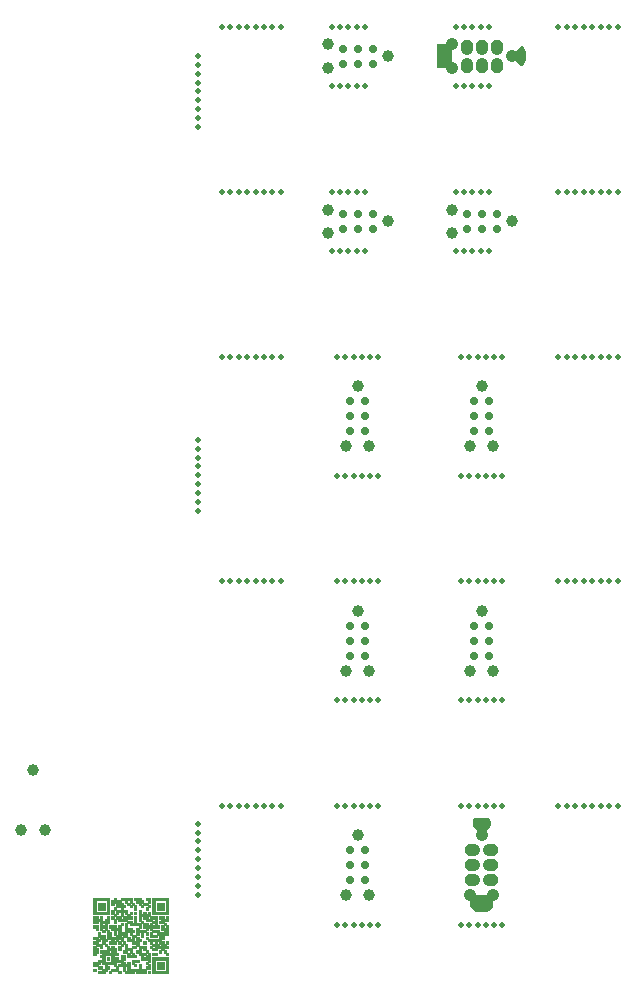
<source format=gbs>
G04 #@! TF.GenerationSoftware,KiCad,Pcbnew,(6.0.2-0)*
G04 #@! TF.CreationDate,2022-08-08T09:45:33+12:00*
G04 #@! TF.ProjectId,stamp_attach,7374616d-705f-4617-9474-6163682e6b69,rev?*
G04 #@! TF.SameCoordinates,Original*
G04 #@! TF.FileFunction,Soldermask,Bot*
G04 #@! TF.FilePolarity,Negative*
%FSLAX46Y46*%
G04 Gerber Fmt 4.6, Leading zero omitted, Abs format (unit mm)*
G04 Created by KiCad (PCBNEW (6.0.2-0)) date 2022-08-08 09:45:33*
%MOMM*%
%LPD*%
G01*
G04 APERTURE LIST*
G04 Aperture macros list*
%AMFreePoly0*
4,1,32,0.280000,0.504858,0.355383,0.504398,0.493921,0.462967,0.615261,0.384317,0.709651,0.274773,0.769501,0.143140,0.790000,0.000000,0.789848,-0.012460,0.765857,-0.155057,0.702809,-0.285188,0.605772,-0.392394,0.482545,-0.468055,0.343037,-0.506089,0.280000,-0.504934,0.280000,-0.510000,0.000000,-0.510000,0.000000,-0.504934,-0.081539,-0.503439,-0.219561,-0.460318,-0.339932,-0.380193,
-0.432976,-0.269504,-0.491213,-0.137149,-0.509962,0.006231,-0.487715,0.149110,-0.426262,0.280002,-0.330541,0.388385,-0.208249,0.465545,-0.069215,0.505281,0.000000,0.504858,0.000000,0.510000,0.280000,0.510000,0.280000,0.504858,0.280000,0.504858,$1*%
%AMFreePoly1*
4,1,24,0.750000,-0.499999,0.500000,-0.500000,0.350416,-0.350416,0.319385,-0.384700,0.198574,-0.458877,0.061801,-0.496166,-0.079941,-0.493568,-0.215256,-0.451293,-0.333266,-0.372738,-0.424486,-0.264219,-0.481581,-0.134460,-0.499963,0.006109,-0.478152,0.146187,-0.417904,0.274511,-0.324060,0.380769,-0.204165,0.456417,-0.067858,0.495374,0.073905,0.494508,0.209726,0.453889,0.328688,0.376783,
0.350948,0.350948,0.500000,0.500000,0.750000,0.499999,0.750000,-0.499999,0.750000,-0.499999,$1*%
G04 Aperture macros list end*
%ADD10C,0.006000*%
%ADD11C,0.150000*%
%ADD12C,0.500000*%
%ADD13C,1.000000*%
%ADD14C,0.700000*%
%ADD15FreePoly0,90.000000*%
%ADD16FreePoly0,270.000000*%
%ADD17FreePoly1,225.000000*%
%ADD18FreePoly1,0.000000*%
%ADD19FreePoly1,135.000000*%
%ADD20FreePoly0,180.000000*%
%ADD21FreePoly0,0.000000*%
%ADD22FreePoly1,315.000000*%
%ADD23FreePoly1,90.000000*%
G04 APERTURE END LIST*
D10*
X154577295Y-139266614D02*
X154000001Y-139266614D01*
X154000001Y-139266614D02*
X154000001Y-138689320D01*
X154000001Y-138689320D02*
X154577295Y-138689320D01*
X154577295Y-138689320D02*
X154577295Y-139266614D01*
G36*
X154577295Y-139266614D02*
G01*
X154000001Y-139266614D01*
X154000001Y-138689320D01*
X154577295Y-138689320D01*
X154577295Y-139266614D01*
G37*
X154577295Y-139266614D02*
X154000001Y-139266614D01*
X154000001Y-138689320D01*
X154577295Y-138689320D01*
X154577295Y-139266614D01*
X154000000Y-143500000D02*
X153807595Y-143500000D01*
X153807595Y-143500000D02*
X153807595Y-144462105D01*
X153807595Y-144462105D02*
X154000000Y-144462105D01*
X154000000Y-144462105D02*
X154000000Y-144462104D01*
X154000000Y-144462104D02*
X154192406Y-144462104D01*
X154192406Y-144462104D02*
X154192406Y-144462105D01*
X154192406Y-144462105D02*
X154192405Y-144654510D01*
X154192405Y-144654510D02*
X153615111Y-144654510D01*
X153615111Y-144654510D02*
X153615111Y-143307516D01*
X153615111Y-143307516D02*
X154000000Y-143307516D01*
X154000000Y-143307516D02*
X154000000Y-143500000D01*
G36*
X154000000Y-143500000D02*
G01*
X153807595Y-143500000D01*
X153807595Y-144462105D01*
X154000000Y-144462105D01*
X154000000Y-144462104D01*
X154192406Y-144462104D01*
X154192406Y-144462105D01*
X154192405Y-144654510D01*
X153615111Y-144654510D01*
X153615111Y-143307516D01*
X154000000Y-143307516D01*
X154000000Y-143500000D01*
G37*
X154000000Y-143500000D02*
X153807595Y-143500000D01*
X153807595Y-144462105D01*
X154000000Y-144462105D01*
X154000000Y-144462104D01*
X154192406Y-144462104D01*
X154192406Y-144462105D01*
X154192405Y-144654510D01*
X153615111Y-144654510D01*
X153615111Y-143307516D01*
X154000000Y-143307516D01*
X154000000Y-143500000D01*
X148804510Y-144462105D02*
X148612105Y-144462105D01*
X148612105Y-144462105D02*
X148612105Y-144269700D01*
X148612105Y-144269700D02*
X148804510Y-144269700D01*
X148804510Y-144269700D02*
X148804510Y-144462105D01*
G36*
X148804510Y-144462105D02*
G01*
X148612105Y-144462105D01*
X148612105Y-144269700D01*
X148804510Y-144269700D01*
X148804510Y-144462105D01*
G37*
X148804510Y-144462105D02*
X148612105Y-144462105D01*
X148612105Y-144269700D01*
X148804510Y-144269700D01*
X148804510Y-144462105D01*
X154577295Y-144269699D02*
X154384811Y-144269699D01*
X154384811Y-144269699D02*
X154384811Y-144269700D01*
X154384811Y-144269700D02*
X154192406Y-144269700D01*
X154192406Y-144269700D02*
X154192406Y-144269699D01*
X154192406Y-144269699D02*
X154000001Y-144269699D01*
X154000001Y-144269699D02*
X154000001Y-143692405D01*
X154000001Y-143692405D02*
X154192406Y-143692405D01*
X154192406Y-143692405D02*
X154192406Y-143692406D01*
X154192406Y-143692406D02*
X154384811Y-143692406D01*
X154384811Y-143692406D02*
X154384811Y-143692405D01*
X154384811Y-143692405D02*
X154577295Y-143692405D01*
X154577295Y-143692405D02*
X154577295Y-144269699D01*
G36*
X154192406Y-143692406D02*
G01*
X154384811Y-143692406D01*
X154384811Y-143692405D01*
X154577295Y-143692405D01*
X154577295Y-144269699D01*
X154384811Y-144269699D01*
X154384811Y-144269700D01*
X154192406Y-144269700D01*
X154192406Y-144269699D01*
X154000001Y-144269699D01*
X154000001Y-143692405D01*
X154192406Y-143692405D01*
X154192406Y-143692406D01*
G37*
X154192406Y-143692406D02*
X154384811Y-143692406D01*
X154384811Y-143692405D01*
X154577295Y-143692405D01*
X154577295Y-144269699D01*
X154384811Y-144269699D01*
X154384811Y-144269700D01*
X154192406Y-144269700D01*
X154192406Y-144269699D01*
X154000001Y-144269699D01*
X154000001Y-143692405D01*
X154192406Y-143692405D01*
X154192406Y-143692406D01*
X151690902Y-144269700D02*
X151883307Y-144269700D01*
X151883307Y-144269700D02*
X151883307Y-144269699D01*
X151883307Y-144269699D02*
X152075712Y-144269699D01*
X152075712Y-144269699D02*
X152075712Y-144269700D01*
X152075712Y-144269700D02*
X152268197Y-144269700D01*
X152268197Y-144269700D02*
X152268197Y-144462104D01*
X152268197Y-144462104D02*
X152268197Y-144269699D01*
X152268197Y-144269699D02*
X152460602Y-144269699D01*
X152460602Y-144269699D02*
X152460602Y-143884811D01*
X152460602Y-143884811D02*
X152653006Y-143884811D01*
X152653006Y-143884811D02*
X152653006Y-144462105D01*
X152653006Y-144462105D02*
X152653007Y-144462105D01*
X152653007Y-144462105D02*
X152653007Y-144269700D01*
X152653007Y-144269700D02*
X153037896Y-144269700D01*
X153037896Y-144269700D02*
X153037896Y-144654510D01*
X153037896Y-144654510D02*
X152268197Y-144654510D01*
X152268197Y-144654510D02*
X152268197Y-144462105D01*
X152268197Y-144462105D02*
X152075712Y-144462105D01*
X152075712Y-144462105D02*
X152075712Y-144654510D01*
X152075712Y-144654510D02*
X151306013Y-144654510D01*
X151306013Y-144654510D02*
X151306013Y-144462104D01*
X151306013Y-144462104D02*
X151498497Y-144462104D01*
X151498497Y-144462104D02*
X151498497Y-144077215D01*
X151498497Y-144077215D02*
X151306013Y-144077215D01*
X151306013Y-144077215D02*
X151306013Y-144462104D01*
X151306013Y-144462104D02*
X151113608Y-144462104D01*
X151113608Y-144462104D02*
X151113608Y-143692405D01*
X151113608Y-143692405D02*
X151306013Y-143692405D01*
X151306013Y-143692405D02*
X151306013Y-143884810D01*
X151306013Y-143884810D02*
X151498497Y-143884810D01*
X151498497Y-143884810D02*
X151498497Y-143692405D01*
X151498497Y-143692405D02*
X151690902Y-143692405D01*
X151690902Y-143692405D02*
X151690902Y-144269700D01*
G36*
X151306013Y-143884810D02*
G01*
X151498497Y-143884810D01*
X151498497Y-143692405D01*
X151690902Y-143692405D01*
X151690902Y-144269700D01*
X151883307Y-144269700D01*
X151883307Y-144269699D01*
X152075712Y-144269699D01*
X152075712Y-144269700D01*
X152268197Y-144269700D01*
X152268197Y-144269699D01*
X152460602Y-144269699D01*
X152460602Y-143884811D01*
X152653006Y-143884811D01*
X152653006Y-144462105D01*
X152653007Y-144462105D01*
X152653007Y-144269700D01*
X153037896Y-144269700D01*
X153037896Y-144654510D01*
X152268197Y-144654510D01*
X152268197Y-144462105D01*
X152075712Y-144462105D01*
X152075712Y-144654510D01*
X151306013Y-144654510D01*
X151306013Y-144462104D01*
X151498497Y-144462104D01*
X151498497Y-144077215D01*
X151306013Y-144077215D01*
X151306013Y-144462104D01*
X151113608Y-144462104D01*
X151113608Y-143692405D01*
X151306013Y-143692405D01*
X151306013Y-143884810D01*
G37*
X151306013Y-143884810D02*
X151498497Y-143884810D01*
X151498497Y-143692405D01*
X151690902Y-143692405D01*
X151690902Y-144269700D01*
X151883307Y-144269700D01*
X151883307Y-144269699D01*
X152075712Y-144269699D01*
X152075712Y-144269700D01*
X152268197Y-144269700D01*
X152268197Y-144269699D01*
X152460602Y-144269699D01*
X152460602Y-143884811D01*
X152653006Y-143884811D01*
X152653006Y-144462105D01*
X152653007Y-144462105D01*
X152653007Y-144269700D01*
X153037896Y-144269700D01*
X153037896Y-144654510D01*
X152268197Y-144654510D01*
X152268197Y-144462105D01*
X152075712Y-144462105D01*
X152075712Y-144654510D01*
X151306013Y-144654510D01*
X151306013Y-144462104D01*
X151498497Y-144462104D01*
X151498497Y-144077215D01*
X151306013Y-144077215D01*
X151306013Y-144462104D01*
X151113608Y-144462104D01*
X151113608Y-143692405D01*
X151306013Y-143692405D01*
X151306013Y-143884810D01*
X154000000Y-141190902D02*
X153615111Y-141190902D01*
X153615111Y-141190902D02*
X153615111Y-141383307D01*
X153615111Y-141383307D02*
X154000000Y-141383307D01*
X154000000Y-141383307D02*
X154000000Y-141575712D01*
X154000000Y-141575712D02*
X153615111Y-141575712D01*
X153615111Y-141575712D02*
X153422706Y-141575712D01*
X153422706Y-141575712D02*
X153422706Y-141190902D01*
X153422706Y-141190902D02*
X153615111Y-141190902D01*
X153615111Y-141190902D02*
X153615111Y-140998418D01*
X153615111Y-140998418D02*
X154000000Y-140998418D01*
X154000000Y-140998418D02*
X154000000Y-141190902D01*
G36*
X154000000Y-141190902D02*
G01*
X153615111Y-141190902D01*
X153615111Y-141383307D01*
X154000000Y-141383307D01*
X154000000Y-141575712D01*
X153422706Y-141575712D01*
X153422706Y-141190902D01*
X153615111Y-141190902D01*
X153615111Y-140998418D01*
X154000000Y-140998418D01*
X154000000Y-141190902D01*
G37*
X154000000Y-141190902D02*
X153615111Y-141190902D01*
X153615111Y-141383307D01*
X154000000Y-141383307D01*
X154000000Y-141575712D01*
X153422706Y-141575712D01*
X153422706Y-141190902D01*
X153615111Y-141190902D01*
X153615111Y-140998418D01*
X154000000Y-140998418D01*
X154000000Y-141190902D01*
X149381804Y-141768117D02*
X149189399Y-141768117D01*
X149189399Y-141768117D02*
X149189399Y-141383307D01*
X149189399Y-141383307D02*
X149574209Y-141383307D01*
X149574209Y-141383307D02*
X149574209Y-141768117D01*
X149574209Y-141768117D02*
X149766614Y-141768117D01*
X149766614Y-141768117D02*
X149766614Y-140998418D01*
X149766614Y-140998418D02*
X149959099Y-140998418D01*
X149959099Y-140998418D02*
X149959099Y-141190902D01*
X149959099Y-141190902D02*
X150151504Y-141190902D01*
X150151504Y-141190902D02*
X150151504Y-141575713D01*
X150151504Y-141575713D02*
X150151504Y-141768117D01*
X150151504Y-141768117D02*
X149766614Y-141768117D01*
X149766614Y-141768117D02*
X149766614Y-141960601D01*
X149766614Y-141960601D02*
X149574209Y-141960601D01*
X149574209Y-141960601D02*
X149574209Y-142153006D01*
X149574209Y-142153006D02*
X149766614Y-142153006D01*
X149766614Y-142153006D02*
X149766614Y-142345411D01*
X149766614Y-142345411D02*
X149574209Y-142345411D01*
X149574209Y-142345411D02*
X149574209Y-142153007D01*
X149574209Y-142153007D02*
X149381804Y-142153007D01*
X149381804Y-142153007D02*
X149381804Y-141768117D01*
G36*
X149959099Y-141190902D02*
G01*
X150151504Y-141190902D01*
X150151504Y-141768117D01*
X149766614Y-141768117D01*
X149766614Y-141960601D01*
X149574209Y-141960601D01*
X149574209Y-142153006D01*
X149766614Y-142153006D01*
X149766614Y-142345411D01*
X149574209Y-142345411D01*
X149574209Y-142153007D01*
X149381804Y-142153007D01*
X149381804Y-141768117D01*
X149189399Y-141768117D01*
X149189399Y-141383307D01*
X149574209Y-141383307D01*
X149574209Y-141768117D01*
X149766614Y-141768117D01*
X149766614Y-140998418D01*
X149959099Y-140998418D01*
X149959099Y-141190902D01*
G37*
X149959099Y-141190902D02*
X150151504Y-141190902D01*
X150151504Y-141768117D01*
X149766614Y-141768117D01*
X149766614Y-141960601D01*
X149574209Y-141960601D01*
X149574209Y-142153006D01*
X149766614Y-142153006D01*
X149766614Y-142345411D01*
X149574209Y-142345411D01*
X149574209Y-142153007D01*
X149381804Y-142153007D01*
X149381804Y-141768117D01*
X149189399Y-141768117D01*
X149189399Y-141383307D01*
X149574209Y-141383307D01*
X149574209Y-141768117D01*
X149766614Y-141768117D01*
X149766614Y-140998418D01*
X149959099Y-140998418D01*
X149959099Y-141190902D01*
X152268197Y-138496915D02*
X152075712Y-138496915D01*
X152075712Y-138496915D02*
X152075712Y-138304510D01*
X152075712Y-138304510D02*
X152268197Y-138304510D01*
X152268197Y-138304510D02*
X152268197Y-138496915D01*
G36*
X152268197Y-138496915D02*
G01*
X152075712Y-138496915D01*
X152075712Y-138304510D01*
X152268197Y-138304510D01*
X152268197Y-138496915D01*
G37*
X152268197Y-138496915D02*
X152075712Y-138496915D01*
X152075712Y-138304510D01*
X152268197Y-138304510D01*
X152268197Y-138496915D01*
X148612105Y-139651504D02*
X148612105Y-139459019D01*
X148612105Y-139459019D02*
X148804510Y-139459019D01*
X148804510Y-139459019D02*
X149189399Y-139459019D01*
X149189399Y-139459019D02*
X149766614Y-139459019D01*
X149766614Y-139459019D02*
X149766614Y-138496915D01*
X149766614Y-138496915D02*
X149189399Y-138496915D01*
X149189399Y-138496915D02*
X149189399Y-138304510D01*
X149189399Y-138304510D02*
X149189399Y-138496915D01*
X149189399Y-138496915D02*
X148804510Y-138496915D01*
X148804510Y-138496915D02*
X148804510Y-139459019D01*
X148804510Y-139459019D02*
X148612105Y-139459019D01*
X148612105Y-139459019D02*
X148612105Y-138304510D01*
X148612105Y-138304510D02*
X149189399Y-138304510D01*
X149189399Y-138304510D02*
X149959099Y-138304510D01*
X149959099Y-138304510D02*
X149959099Y-139651504D01*
X149959099Y-139651504D02*
X149189399Y-139651504D01*
X149189399Y-139651504D02*
X149189399Y-139459019D01*
X149189399Y-139459019D02*
X149189399Y-139651504D01*
X149189399Y-139651504D02*
X148612105Y-139651504D01*
G36*
X149959099Y-138304510D02*
G01*
X149959099Y-139651504D01*
X148612105Y-139651504D01*
X148612105Y-139459019D01*
X148804510Y-139459019D01*
X149766614Y-139459019D01*
X149766614Y-138496915D01*
X148804510Y-138496915D01*
X148804510Y-139459019D01*
X148612105Y-139459019D01*
X148612105Y-138304510D01*
X149959099Y-138304510D01*
G37*
X149959099Y-138304510D02*
X149959099Y-139651504D01*
X148612105Y-139651504D01*
X148612105Y-139459019D01*
X148804510Y-139459019D01*
X149766614Y-139459019D01*
X149766614Y-138496915D01*
X148804510Y-138496915D01*
X148804510Y-139459019D01*
X148612105Y-139459019D01*
X148612105Y-138304510D01*
X149959099Y-138304510D01*
X153230301Y-139266614D02*
X153037896Y-139266614D01*
X153037896Y-139266614D02*
X153037896Y-139074209D01*
X153037896Y-139074209D02*
X153230301Y-139074209D01*
X153230301Y-139074209D02*
X153230301Y-139266614D01*
G36*
X153230301Y-139266614D02*
G01*
X153037896Y-139266614D01*
X153037896Y-139074209D01*
X153230301Y-139074209D01*
X153230301Y-139266614D01*
G37*
X153230301Y-139266614D02*
X153037896Y-139266614D01*
X153037896Y-139074209D01*
X153230301Y-139074209D01*
X153230301Y-139266614D01*
X152845412Y-140421203D02*
X152653007Y-140421203D01*
X152653007Y-140421203D02*
X152653007Y-140228719D01*
X152653007Y-140228719D02*
X152845412Y-140228719D01*
X152845412Y-140228719D02*
X152845412Y-140421203D01*
G36*
X152845412Y-140421203D02*
G01*
X152653007Y-140421203D01*
X152653007Y-140228719D01*
X152845412Y-140228719D01*
X152845412Y-140421203D01*
G37*
X152845412Y-140421203D02*
X152653007Y-140421203D01*
X152653007Y-140228719D01*
X152845412Y-140228719D01*
X152845412Y-140421203D01*
X152653006Y-140228719D02*
X152460602Y-140228719D01*
X152460602Y-140228719D02*
X152460602Y-139266614D01*
X152460602Y-139266614D02*
X152653006Y-139266614D01*
X152653006Y-139266614D02*
X152653006Y-140228719D01*
G36*
X152653006Y-140228719D02*
G01*
X152460602Y-140228719D01*
X152460602Y-139266614D01*
X152653006Y-139266614D01*
X152653006Y-140228719D01*
G37*
X152653006Y-140228719D02*
X152460602Y-140228719D01*
X152460602Y-139266614D01*
X152653006Y-139266614D01*
X152653006Y-140228719D01*
X150343909Y-140036314D02*
X150536314Y-140036314D01*
X150536314Y-140036314D02*
X150536314Y-140421203D01*
X150536314Y-140421203D02*
X150343909Y-140421203D01*
X150343909Y-140421203D02*
X150343909Y-140036314D01*
X150343909Y-140036314D02*
X150151504Y-140036314D01*
X150151504Y-140036314D02*
X150151504Y-139843909D01*
X150151504Y-139843909D02*
X150343909Y-139843909D01*
X150343909Y-139843909D02*
X150343909Y-140036314D01*
G36*
X150343909Y-140036314D02*
G01*
X150536314Y-140036314D01*
X150536314Y-140421203D01*
X150343909Y-140421203D01*
X150343909Y-140036314D01*
X150151504Y-140036314D01*
X150151504Y-139843909D01*
X150343909Y-139843909D01*
X150343909Y-140036314D01*
G37*
X150343909Y-140036314D02*
X150536314Y-140036314D01*
X150536314Y-140421203D01*
X150343909Y-140421203D01*
X150343909Y-140036314D01*
X150151504Y-140036314D01*
X150151504Y-139843909D01*
X150343909Y-139843909D01*
X150343909Y-140036314D01*
X152845412Y-139074209D02*
X152653007Y-139074209D01*
X152653007Y-139074209D02*
X152653007Y-138881804D01*
X152653007Y-138881804D02*
X152845412Y-138881804D01*
X152845412Y-138881804D02*
X152845412Y-139074209D01*
G36*
X152845412Y-139074209D02*
G01*
X152653007Y-139074209D01*
X152653007Y-138881804D01*
X152845412Y-138881804D01*
X152845412Y-139074209D01*
G37*
X152845412Y-139074209D02*
X152653007Y-139074209D01*
X152653007Y-138881804D01*
X152845412Y-138881804D01*
X152845412Y-139074209D01*
X151113608Y-140613608D02*
X150921203Y-140613608D01*
X150921203Y-140613608D02*
X150921203Y-140421203D01*
X150921203Y-140421203D02*
X151113608Y-140421203D01*
X151113608Y-140421203D02*
X151113608Y-140613608D01*
G36*
X151113608Y-140613608D02*
G01*
X150921203Y-140613608D01*
X150921203Y-140421203D01*
X151113608Y-140421203D01*
X151113608Y-140613608D01*
G37*
X151113608Y-140613608D02*
X150921203Y-140613608D01*
X150921203Y-140421203D01*
X151113608Y-140421203D01*
X151113608Y-140613608D01*
X151113608Y-142345411D02*
X150921203Y-142345411D01*
X150921203Y-142345411D02*
X150921203Y-142153007D01*
X150921203Y-142153007D02*
X151113608Y-142153007D01*
X151113608Y-142153007D02*
X151113608Y-142345411D01*
G36*
X151113608Y-142345411D02*
G01*
X150921203Y-142345411D01*
X150921203Y-142153007D01*
X151113608Y-142153007D01*
X151113608Y-142345411D01*
G37*
X151113608Y-142345411D02*
X150921203Y-142345411D01*
X150921203Y-142153007D01*
X151113608Y-142153007D01*
X151113608Y-142345411D01*
X153037896Y-143115111D02*
X153230301Y-143115111D01*
X153230301Y-143115111D02*
X153230301Y-142922706D01*
X153230301Y-142922706D02*
X153422706Y-142922706D01*
X153422706Y-142922706D02*
X153422706Y-143692405D01*
X153422706Y-143692405D02*
X153230301Y-143692405D01*
X153230301Y-143692405D02*
X153230301Y-143500000D01*
X153230301Y-143500000D02*
X152653007Y-143500000D01*
X152653007Y-143500000D02*
X152653007Y-143307516D01*
X152653007Y-143307516D02*
X152845412Y-143307516D01*
X152845412Y-143307516D02*
X153037896Y-143307516D01*
X153037896Y-143307516D02*
X153037896Y-143115111D01*
X153037896Y-143115111D02*
X152845412Y-143115111D01*
X152845412Y-143115111D02*
X152845412Y-143307516D01*
X152845412Y-143307516D02*
X152653007Y-143307516D01*
X152653007Y-143307516D02*
X152653007Y-142922706D01*
X152653007Y-142922706D02*
X153037896Y-142922706D01*
X153037896Y-142922706D02*
X153037896Y-143115111D01*
G36*
X153037896Y-142922706D02*
G01*
X153037896Y-143115111D01*
X153230301Y-143115111D01*
X153230301Y-142922706D01*
X153422706Y-142922706D01*
X153422706Y-143692405D01*
X153230301Y-143692405D01*
X153230301Y-143500000D01*
X152653007Y-143500000D01*
X152653007Y-143307516D01*
X152845412Y-143307516D01*
X153037896Y-143307516D01*
X153037896Y-143115111D01*
X152845412Y-143115111D01*
X152845412Y-143307516D01*
X152653007Y-143307516D01*
X152653007Y-142922706D01*
X153037896Y-142922706D01*
G37*
X153037896Y-142922706D02*
X153037896Y-143115111D01*
X153230301Y-143115111D01*
X153230301Y-142922706D01*
X153422706Y-142922706D01*
X153422706Y-143692405D01*
X153230301Y-143692405D01*
X153230301Y-143500000D01*
X152653007Y-143500000D01*
X152653007Y-143307516D01*
X152845412Y-143307516D01*
X153037896Y-143307516D01*
X153037896Y-143115111D01*
X152845412Y-143115111D01*
X152845412Y-143307516D01*
X152653007Y-143307516D01*
X152653007Y-142922706D01*
X153037896Y-142922706D01*
X151306013Y-142153007D02*
X151113608Y-142153007D01*
X151113608Y-142153007D02*
X151113608Y-141960602D01*
X151113608Y-141960602D02*
X151306013Y-141960602D01*
X151306013Y-141960602D02*
X151306013Y-142153007D01*
G36*
X151306013Y-142153007D02*
G01*
X151113608Y-142153007D01*
X151113608Y-141960602D01*
X151306013Y-141960602D01*
X151306013Y-142153007D01*
G37*
X151306013Y-142153007D02*
X151113608Y-142153007D01*
X151113608Y-141960602D01*
X151306013Y-141960602D01*
X151306013Y-142153007D01*
X153422706Y-138689320D02*
X153230301Y-138689320D01*
X153230301Y-138689320D02*
X153230301Y-138496915D01*
X153230301Y-138496915D02*
X153037896Y-138496915D01*
X153037896Y-138496915D02*
X153037896Y-138304510D01*
X153037896Y-138304510D02*
X153422706Y-138304510D01*
X153422706Y-138304510D02*
X153422706Y-138689320D01*
G36*
X153422706Y-138689320D02*
G01*
X153230301Y-138689320D01*
X153230301Y-138496915D01*
X153037896Y-138496915D01*
X153037896Y-138304510D01*
X153422706Y-138304510D01*
X153422706Y-138689320D01*
G37*
X153422706Y-138689320D02*
X153230301Y-138689320D01*
X153230301Y-138496915D01*
X153037896Y-138496915D01*
X153037896Y-138304510D01*
X153422706Y-138304510D01*
X153422706Y-138689320D01*
X151883307Y-139651504D02*
X151690902Y-139651504D01*
X151690902Y-139651504D02*
X151690902Y-139843909D01*
X151690902Y-139843909D02*
X151883307Y-139843909D01*
X151883307Y-139843909D02*
X151883307Y-140036314D01*
X151883307Y-140036314D02*
X151690902Y-140036314D01*
X151690902Y-140036314D02*
X151498497Y-140036314D01*
X151498497Y-140036314D02*
X151498497Y-140228719D01*
X151498497Y-140228719D02*
X151113608Y-140228719D01*
X151113608Y-140228719D02*
X151113608Y-139843909D01*
X151113608Y-139843909D02*
X151498497Y-139843909D01*
X151498497Y-139843909D02*
X151498497Y-139651504D01*
X151498497Y-139651504D02*
X151690902Y-139651504D01*
X151690902Y-139651504D02*
X151690902Y-139459019D01*
X151690902Y-139459019D02*
X151883307Y-139459019D01*
X151883307Y-139459019D02*
X151883307Y-139651504D01*
G36*
X151883307Y-139651504D02*
G01*
X151690902Y-139651504D01*
X151690902Y-139843909D01*
X151883307Y-139843909D01*
X151883307Y-140036314D01*
X151498497Y-140036314D01*
X151498497Y-140228719D01*
X151113608Y-140228719D01*
X151113608Y-139843909D01*
X151498497Y-139843909D01*
X151498497Y-139651504D01*
X151690902Y-139651504D01*
X151690902Y-139459019D01*
X151883307Y-139459019D01*
X151883307Y-139651504D01*
G37*
X151883307Y-139651504D02*
X151690902Y-139651504D01*
X151690902Y-139843909D01*
X151883307Y-139843909D01*
X151883307Y-140036314D01*
X151498497Y-140036314D01*
X151498497Y-140228719D01*
X151113608Y-140228719D01*
X151113608Y-139843909D01*
X151498497Y-139843909D01*
X151498497Y-139651504D01*
X151690902Y-139651504D01*
X151690902Y-139459019D01*
X151883307Y-139459019D01*
X151883307Y-139651504D01*
X151306013Y-139074209D02*
X151113608Y-139074209D01*
X151113608Y-139074209D02*
X151113608Y-138881804D01*
X151113608Y-138881804D02*
X151306013Y-138881804D01*
X151306013Y-138881804D02*
X151306013Y-139074209D01*
G36*
X151306013Y-139074209D02*
G01*
X151113608Y-139074209D01*
X151113608Y-138881804D01*
X151306013Y-138881804D01*
X151306013Y-139074209D01*
G37*
X151306013Y-139074209D02*
X151113608Y-139074209D01*
X151113608Y-138881804D01*
X151306013Y-138881804D01*
X151306013Y-139074209D01*
X149959099Y-143500000D02*
X149766614Y-143500000D01*
X149766614Y-143500000D02*
X149766614Y-143307516D01*
X149766614Y-143307516D02*
X149959099Y-143307516D01*
X149959099Y-143307516D02*
X149959099Y-143500000D01*
G36*
X149959099Y-143500000D02*
G01*
X149766614Y-143500000D01*
X149766614Y-143307516D01*
X149959099Y-143307516D01*
X149959099Y-143500000D01*
G37*
X149959099Y-143500000D02*
X149766614Y-143500000D01*
X149766614Y-143307516D01*
X149959099Y-143307516D01*
X149959099Y-143500000D01*
X151306013Y-143500000D02*
X151113608Y-143500000D01*
X151113608Y-143500000D02*
X151113608Y-143115111D01*
X151113608Y-143115111D02*
X151306013Y-143115111D01*
X151306013Y-143115111D02*
X151306013Y-143500000D01*
G36*
X151306013Y-143500000D02*
G01*
X151113608Y-143500000D01*
X151113608Y-143115111D01*
X151306013Y-143115111D01*
X151306013Y-143500000D01*
G37*
X151306013Y-143500000D02*
X151113608Y-143500000D01*
X151113608Y-143115111D01*
X151306013Y-143115111D01*
X151306013Y-143500000D01*
X153037896Y-142153007D02*
X152845412Y-142153007D01*
X152845412Y-142153007D02*
X152845412Y-141960602D01*
X152845412Y-141960602D02*
X153037896Y-141960602D01*
X153037896Y-141960602D02*
X153037896Y-142153007D01*
G36*
X153037896Y-142153007D02*
G01*
X152845412Y-142153007D01*
X152845412Y-141960602D01*
X153037896Y-141960602D01*
X153037896Y-142153007D01*
G37*
X153037896Y-142153007D02*
X152845412Y-142153007D01*
X152845412Y-141960602D01*
X153037896Y-141960602D01*
X153037896Y-142153007D01*
X152268197Y-139651504D02*
X152075712Y-139651504D01*
X152075712Y-139651504D02*
X152075712Y-139459019D01*
X152075712Y-139459019D02*
X152268197Y-139459019D01*
X152268197Y-139459019D02*
X152268197Y-139651504D01*
G36*
X152268197Y-139651504D02*
G01*
X152075712Y-139651504D01*
X152075712Y-139459019D01*
X152268197Y-139459019D01*
X152268197Y-139651504D01*
G37*
X152268197Y-139651504D02*
X152075712Y-139651504D01*
X152075712Y-139459019D01*
X152268197Y-139459019D01*
X152268197Y-139651504D01*
X151690902Y-138881804D02*
X151498497Y-138881804D01*
X151498497Y-138881804D02*
X151498497Y-138689320D01*
X151498497Y-138689320D02*
X151690902Y-138689320D01*
X151690902Y-138689320D02*
X151690902Y-138881804D01*
G36*
X151690902Y-138881804D02*
G01*
X151498497Y-138881804D01*
X151498497Y-138689320D01*
X151690902Y-138689320D01*
X151690902Y-138881804D01*
G37*
X151690902Y-138881804D02*
X151498497Y-138881804D01*
X151498497Y-138689320D01*
X151690902Y-138689320D01*
X151690902Y-138881804D01*
X150151504Y-141768117D02*
X150151504Y-141575713D01*
X150151504Y-141575713D02*
X150343909Y-141575713D01*
X150343909Y-141575713D02*
X150343909Y-141575712D01*
X150343909Y-141575712D02*
X150536314Y-141575712D01*
X150536314Y-141575712D02*
X150536314Y-141383307D01*
X150536314Y-141383307D02*
X150728798Y-141383307D01*
X150728798Y-141383307D02*
X150728798Y-140998418D01*
X150728798Y-140998418D02*
X150536314Y-140998418D01*
X150536314Y-140998418D02*
X150536314Y-141383307D01*
X150536314Y-141383307D02*
X150343909Y-141383307D01*
X150343909Y-141383307D02*
X150343909Y-140998418D01*
X150343909Y-140998418D02*
X150151504Y-140998418D01*
X150151504Y-140998418D02*
X150151504Y-140806013D01*
X150151504Y-140806013D02*
X150151504Y-140613608D01*
X150151504Y-140613608D02*
X150343909Y-140613608D01*
X150343909Y-140613608D02*
X150536314Y-140613608D01*
X150536314Y-140613608D02*
X150536314Y-140806013D01*
X150536314Y-140806013D02*
X150728798Y-140806013D01*
X150728798Y-140806013D02*
X150728798Y-140613608D01*
X150728798Y-140613608D02*
X150921203Y-140613608D01*
X150921203Y-140613608D02*
X150921203Y-141190902D01*
X150921203Y-141190902D02*
X151113608Y-141190902D01*
X151113608Y-141190902D02*
X151113608Y-141383307D01*
X151113608Y-141383307D02*
X150921203Y-141383307D01*
X150921203Y-141383307D02*
X150921203Y-141575712D01*
X150921203Y-141575712D02*
X151113608Y-141575712D01*
X151113608Y-141575712D02*
X151113608Y-141960602D01*
X151113608Y-141960602D02*
X150921203Y-141960602D01*
X150921203Y-141960602D02*
X150921203Y-142153006D01*
X150921203Y-142153006D02*
X150728798Y-142153006D01*
X150728798Y-142153006D02*
X150728798Y-141960602D01*
X150728798Y-141960602D02*
X150536314Y-141960602D01*
X150536314Y-141960602D02*
X150536314Y-142153007D01*
X150536314Y-142153007D02*
X150151504Y-142153007D01*
X150151504Y-142153007D02*
X150151504Y-141960602D01*
X150151504Y-141960602D02*
X150343909Y-141960602D01*
X150343909Y-141960602D02*
X150536314Y-141960602D01*
X150536314Y-141960602D02*
X150536314Y-141960601D01*
X150536314Y-141960601D02*
X150728798Y-141960601D01*
X150728798Y-141960601D02*
X150921203Y-141960601D01*
X150921203Y-141960601D02*
X150921203Y-141768117D01*
X150921203Y-141768117D02*
X150728798Y-141768117D01*
X150728798Y-141768117D02*
X150728798Y-141960601D01*
X150728798Y-141960601D02*
X150536314Y-141960601D01*
X150536314Y-141960601D02*
X150536314Y-141768117D01*
X150536314Y-141768117D02*
X150343909Y-141768117D01*
X150343909Y-141768117D02*
X150343909Y-141960602D01*
X150343909Y-141960602D02*
X150151504Y-141960602D01*
X150151504Y-141960602D02*
X150151504Y-141768117D01*
G36*
X150343909Y-141575713D02*
G01*
X150343909Y-141575712D01*
X150536314Y-141575712D01*
X150536314Y-141383307D01*
X150728798Y-141383307D01*
X150728798Y-140998418D01*
X150536314Y-140998418D01*
X150536314Y-141383307D01*
X150343909Y-141383307D01*
X150343909Y-140998418D01*
X150151504Y-140998418D01*
X150151504Y-140613608D01*
X150536314Y-140613608D01*
X150536314Y-140806013D01*
X150728798Y-140806013D01*
X150728798Y-140613608D01*
X150921203Y-140613608D01*
X150921203Y-141190902D01*
X151113608Y-141190902D01*
X151113608Y-141383307D01*
X150921203Y-141383307D01*
X150921203Y-141575712D01*
X151113608Y-141575712D01*
X151113608Y-141960602D01*
X150921203Y-141960602D01*
X150921203Y-142153006D01*
X150728798Y-142153006D01*
X150728798Y-141960602D01*
X150536314Y-141960602D01*
X150536314Y-142153007D01*
X150151504Y-142153007D01*
X150151504Y-141960602D01*
X150343909Y-141960602D01*
X150536314Y-141960602D01*
X150536314Y-141960601D01*
X150728798Y-141960601D01*
X150921203Y-141960601D01*
X150921203Y-141768117D01*
X150728798Y-141768117D01*
X150728798Y-141960601D01*
X150536314Y-141960601D01*
X150536314Y-141768117D01*
X150343909Y-141768117D01*
X150343909Y-141960602D01*
X150151504Y-141960602D01*
X150151504Y-141575713D01*
X150343909Y-141575713D01*
G37*
X150343909Y-141575713D02*
X150343909Y-141575712D01*
X150536314Y-141575712D01*
X150536314Y-141383307D01*
X150728798Y-141383307D01*
X150728798Y-140998418D01*
X150536314Y-140998418D01*
X150536314Y-141383307D01*
X150343909Y-141383307D01*
X150343909Y-140998418D01*
X150151504Y-140998418D01*
X150151504Y-140613608D01*
X150536314Y-140613608D01*
X150536314Y-140806013D01*
X150728798Y-140806013D01*
X150728798Y-140613608D01*
X150921203Y-140613608D01*
X150921203Y-141190902D01*
X151113608Y-141190902D01*
X151113608Y-141383307D01*
X150921203Y-141383307D01*
X150921203Y-141575712D01*
X151113608Y-141575712D01*
X151113608Y-141960602D01*
X150921203Y-141960602D01*
X150921203Y-142153006D01*
X150728798Y-142153006D01*
X150728798Y-141960602D01*
X150536314Y-141960602D01*
X150536314Y-142153007D01*
X150151504Y-142153007D01*
X150151504Y-141960602D01*
X150343909Y-141960602D01*
X150536314Y-141960602D01*
X150536314Y-141960601D01*
X150728798Y-141960601D01*
X150921203Y-141960601D01*
X150921203Y-141768117D01*
X150728798Y-141768117D01*
X150728798Y-141960601D01*
X150536314Y-141960601D01*
X150536314Y-141768117D01*
X150343909Y-141768117D01*
X150343909Y-141960602D01*
X150151504Y-141960602D01*
X150151504Y-141575713D01*
X150343909Y-141575713D01*
X152460602Y-140998418D02*
X152653006Y-140998418D01*
X152653006Y-140998418D02*
X152653006Y-141190902D01*
X152653006Y-141190902D02*
X152460602Y-141190902D01*
X152460602Y-141190902D02*
X152460602Y-141383307D01*
X152460602Y-141383307D02*
X152268197Y-141383307D01*
X152268197Y-141383307D02*
X152268197Y-140806013D01*
X152268197Y-140806013D02*
X152460602Y-140806013D01*
X152460602Y-140806013D02*
X152460602Y-140998418D01*
G36*
X152460602Y-140998418D02*
G01*
X152653006Y-140998418D01*
X152653006Y-141190902D01*
X152460602Y-141190902D01*
X152460602Y-141383307D01*
X152268197Y-141383307D01*
X152268197Y-140806013D01*
X152460602Y-140806013D01*
X152460602Y-140998418D01*
G37*
X152460602Y-140998418D02*
X152653006Y-140998418D01*
X152653006Y-141190902D01*
X152460602Y-141190902D01*
X152460602Y-141383307D01*
X152268197Y-141383307D01*
X152268197Y-140806013D01*
X152460602Y-140806013D01*
X152460602Y-140998418D01*
X150343909Y-139651504D02*
X150536314Y-139651504D01*
X150536314Y-139651504D02*
X150536314Y-139843909D01*
X150536314Y-139843909D02*
X150921203Y-139843909D01*
X150921203Y-139843909D02*
X150921203Y-140036314D01*
X150921203Y-140036314D02*
X151113608Y-140036314D01*
X151113608Y-140036314D02*
X151113608Y-140228719D01*
X151113608Y-140228719D02*
X150728798Y-140228719D01*
X150728798Y-140228719D02*
X150728798Y-140036314D01*
X150728798Y-140036314D02*
X150536314Y-140036314D01*
X150536314Y-140036314D02*
X150536314Y-139843909D01*
X150536314Y-139843909D02*
X150343909Y-139843909D01*
X150343909Y-139843909D02*
X150343909Y-139651504D01*
G36*
X150536314Y-139843909D02*
G01*
X150921203Y-139843909D01*
X150921203Y-140036314D01*
X151113608Y-140036314D01*
X151113608Y-140228719D01*
X150728798Y-140228719D01*
X150728798Y-140036314D01*
X150536314Y-140036314D01*
X150536314Y-139843909D01*
X150343909Y-139843909D01*
X150343909Y-139651504D01*
X150536314Y-139651504D01*
X150536314Y-139843909D01*
G37*
X150536314Y-139843909D02*
X150921203Y-139843909D01*
X150921203Y-140036314D01*
X151113608Y-140036314D01*
X151113608Y-140228719D01*
X150728798Y-140228719D01*
X150728798Y-140036314D01*
X150536314Y-140036314D01*
X150536314Y-139843909D01*
X150343909Y-139843909D01*
X150343909Y-139651504D01*
X150536314Y-139651504D01*
X150536314Y-139843909D01*
X148996915Y-141768117D02*
X149189399Y-141768117D01*
X149189399Y-141768117D02*
X149189399Y-141960602D01*
X149189399Y-141960602D02*
X148996915Y-141960602D01*
X148996915Y-141960602D02*
X148996915Y-142153007D01*
X148996915Y-142153007D02*
X149189399Y-142153007D01*
X149189399Y-142153007D02*
X149189399Y-142345411D01*
X149189399Y-142345411D02*
X148804510Y-142345411D01*
X148804510Y-142345411D02*
X148804510Y-142153007D01*
X148804510Y-142153007D02*
X148612105Y-142153007D01*
X148612105Y-142153007D02*
X148612105Y-141960602D01*
X148612105Y-141960602D02*
X148804510Y-141960602D01*
X148804510Y-141960602D02*
X148804510Y-141768117D01*
X148804510Y-141768117D02*
X148612105Y-141768117D01*
X148612105Y-141768117D02*
X148612105Y-141575712D01*
X148612105Y-141575712D02*
X148996915Y-141575712D01*
X148996915Y-141575712D02*
X148996915Y-141768117D01*
G36*
X148996915Y-141768117D02*
G01*
X149189399Y-141768117D01*
X149189399Y-141960602D01*
X148996915Y-141960602D01*
X148996915Y-142153007D01*
X149189399Y-142153007D01*
X149189399Y-142345411D01*
X148804510Y-142345411D01*
X148804510Y-142153007D01*
X148612105Y-142153007D01*
X148612105Y-141960602D01*
X148804510Y-141960602D01*
X148804510Y-141768117D01*
X148612105Y-141768117D01*
X148612105Y-141575712D01*
X148996915Y-141575712D01*
X148996915Y-141768117D01*
G37*
X148996915Y-141768117D02*
X149189399Y-141768117D01*
X149189399Y-141960602D01*
X148996915Y-141960602D01*
X148996915Y-142153007D01*
X149189399Y-142153007D01*
X149189399Y-142345411D01*
X148804510Y-142345411D01*
X148804510Y-142153007D01*
X148612105Y-142153007D01*
X148612105Y-141960602D01*
X148804510Y-141960602D01*
X148804510Y-141768117D01*
X148612105Y-141768117D01*
X148612105Y-141575712D01*
X148996915Y-141575712D01*
X148996915Y-141768117D01*
X152268197Y-141575712D02*
X152075712Y-141575712D01*
X152075712Y-141575712D02*
X152075712Y-141960602D01*
X152075712Y-141960602D02*
X152268197Y-141960602D01*
X152268197Y-141960602D02*
X152268197Y-142153007D01*
X152268197Y-142153007D02*
X151883307Y-142153007D01*
X151883307Y-142153007D02*
X151883307Y-141960602D01*
X151883307Y-141960602D02*
X151690902Y-141960602D01*
X151690902Y-141960602D02*
X151498497Y-141960602D01*
X151498497Y-141960602D02*
X151498497Y-141575712D01*
X151498497Y-141575712D02*
X151690902Y-141575712D01*
X151690902Y-141575712D02*
X151690902Y-141768117D01*
X151690902Y-141768117D02*
X151883307Y-141768117D01*
X151883307Y-141768117D02*
X151883307Y-141383307D01*
X151883307Y-141383307D02*
X152268197Y-141383307D01*
X152268197Y-141383307D02*
X152268197Y-141575712D01*
G36*
X152268197Y-141575712D02*
G01*
X152075712Y-141575712D01*
X152075712Y-141960602D01*
X152268197Y-141960602D01*
X152268197Y-142153007D01*
X151883307Y-142153007D01*
X151883307Y-141960602D01*
X151498497Y-141960602D01*
X151498497Y-141575712D01*
X151690902Y-141575712D01*
X151690902Y-141768117D01*
X151883307Y-141768117D01*
X151883307Y-141383307D01*
X152268197Y-141383307D01*
X152268197Y-141575712D01*
G37*
X152268197Y-141575712D02*
X152075712Y-141575712D01*
X152075712Y-141960602D01*
X152268197Y-141960602D01*
X152268197Y-142153007D01*
X151883307Y-142153007D01*
X151883307Y-141960602D01*
X151498497Y-141960602D01*
X151498497Y-141575712D01*
X151690902Y-141575712D01*
X151690902Y-141768117D01*
X151883307Y-141768117D01*
X151883307Y-141383307D01*
X152268197Y-141383307D01*
X152268197Y-141575712D01*
X152845412Y-138689320D02*
X152653007Y-138689320D01*
X152653007Y-138689320D02*
X152653007Y-138496915D01*
X152653007Y-138496915D02*
X152845412Y-138496915D01*
X152845412Y-138496915D02*
X152845412Y-138689320D01*
G36*
X152845412Y-138689320D02*
G01*
X152653007Y-138689320D01*
X152653007Y-138496915D01*
X152845412Y-138496915D01*
X152845412Y-138689320D01*
G37*
X152845412Y-138689320D02*
X152653007Y-138689320D01*
X152653007Y-138496915D01*
X152845412Y-138496915D01*
X152845412Y-138689320D01*
X150343909Y-139074209D02*
X150536314Y-139074209D01*
X150536314Y-139074209D02*
X150536314Y-139266614D01*
X150536314Y-139266614D02*
X150921203Y-139266614D01*
X150921203Y-139266614D02*
X150921203Y-139074209D01*
X150921203Y-139074209D02*
X150536314Y-139074209D01*
X150536314Y-139074209D02*
X150536314Y-138689320D01*
X150536314Y-138689320D02*
X150343909Y-138689320D01*
X150343909Y-138689320D02*
X150343909Y-138881804D01*
X150343909Y-138881804D02*
X150151504Y-138881804D01*
X150151504Y-138881804D02*
X150151504Y-138496915D01*
X150151504Y-138496915D02*
X150343909Y-138496915D01*
X150343909Y-138496915D02*
X150343909Y-138304510D01*
X150343909Y-138304510D02*
X150536314Y-138304510D01*
X150536314Y-138304510D02*
X150536314Y-138496915D01*
X150536314Y-138496915D02*
X150921203Y-138496915D01*
X150921203Y-138496915D02*
X150921203Y-138689320D01*
X150921203Y-138689320D02*
X151113608Y-138689320D01*
X151113608Y-138689320D02*
X151113608Y-139843909D01*
X151113608Y-139843909D02*
X150921203Y-139843909D01*
X150921203Y-139843909D02*
X150921203Y-139459019D01*
X150921203Y-139459019D02*
X150728798Y-139459019D01*
X150728798Y-139459019D02*
X150728798Y-139651504D01*
X150728798Y-139651504D02*
X150536314Y-139651504D01*
X150536314Y-139651504D02*
X150536314Y-139266614D01*
X150536314Y-139266614D02*
X150343909Y-139266614D01*
X150343909Y-139266614D02*
X150343909Y-139074209D01*
G36*
X150536314Y-138496915D02*
G01*
X150921203Y-138496915D01*
X150921203Y-138689320D01*
X151113608Y-138689320D01*
X151113608Y-139843909D01*
X150921203Y-139843909D01*
X150921203Y-139459019D01*
X150728798Y-139459019D01*
X150728798Y-139651504D01*
X150536314Y-139651504D01*
X150536314Y-139266614D01*
X150921203Y-139266614D01*
X150921203Y-139074209D01*
X150536314Y-139074209D01*
X150536314Y-139266614D01*
X150343909Y-139266614D01*
X150343909Y-139074209D01*
X150536314Y-139074209D01*
X150536314Y-138689320D01*
X150343909Y-138689320D01*
X150343909Y-138881804D01*
X150151504Y-138881804D01*
X150151504Y-138496915D01*
X150343909Y-138496915D01*
X150343909Y-138304510D01*
X150536314Y-138304510D01*
X150536314Y-138496915D01*
G37*
X150536314Y-138496915D02*
X150921203Y-138496915D01*
X150921203Y-138689320D01*
X151113608Y-138689320D01*
X151113608Y-139843909D01*
X150921203Y-139843909D01*
X150921203Y-139459019D01*
X150728798Y-139459019D01*
X150728798Y-139651504D01*
X150536314Y-139651504D01*
X150536314Y-139266614D01*
X150921203Y-139266614D01*
X150921203Y-139074209D01*
X150536314Y-139074209D01*
X150536314Y-139266614D01*
X150343909Y-139266614D01*
X150343909Y-139074209D01*
X150536314Y-139074209D01*
X150536314Y-138689320D01*
X150343909Y-138689320D01*
X150343909Y-138881804D01*
X150151504Y-138881804D01*
X150151504Y-138496915D01*
X150343909Y-138496915D01*
X150343909Y-138304510D01*
X150536314Y-138304510D01*
X150536314Y-138496915D01*
X152075712Y-143500001D02*
X152268197Y-143500001D01*
X152268197Y-143500001D02*
X152268197Y-143692406D01*
X152268197Y-143692406D02*
X152075712Y-143692406D01*
X152075712Y-143692406D02*
X152075712Y-143884810D01*
X152075712Y-143884810D02*
X151883307Y-143884810D01*
X151883307Y-143884810D02*
X151883307Y-143500000D01*
X151883307Y-143500000D02*
X152075712Y-143500000D01*
X152075712Y-143500000D02*
X152075712Y-143500001D01*
G36*
X152075712Y-143500001D02*
G01*
X152268197Y-143500001D01*
X152268197Y-143692406D01*
X152075712Y-143692406D01*
X152075712Y-143884810D01*
X151883307Y-143884810D01*
X151883307Y-143500000D01*
X152075712Y-143500000D01*
X152075712Y-143500001D01*
G37*
X152075712Y-143500001D02*
X152268197Y-143500001D01*
X152268197Y-143692406D01*
X152075712Y-143692406D01*
X152075712Y-143884810D01*
X151883307Y-143884810D01*
X151883307Y-143500000D01*
X152075712Y-143500000D01*
X152075712Y-143500001D01*
X149189399Y-144077216D02*
X149189399Y-144269699D01*
X149189399Y-144269699D02*
X148996915Y-144269699D01*
X148996915Y-144269699D02*
X148996915Y-144077215D01*
X148996915Y-144077215D02*
X149189399Y-144077215D01*
X149189399Y-144077215D02*
X149189399Y-144077216D01*
G36*
X149189399Y-144269699D02*
G01*
X148996915Y-144269699D01*
X148996915Y-144077215D01*
X149189399Y-144077215D01*
X149189399Y-144269699D01*
G37*
X149189399Y-144269699D02*
X148996915Y-144269699D01*
X148996915Y-144077215D01*
X149189399Y-144077215D01*
X149189399Y-144269699D01*
X154962105Y-139074209D02*
X154769700Y-139074209D01*
X154769700Y-139074209D02*
X154769700Y-138881804D01*
X154769700Y-138881804D02*
X154962105Y-138881804D01*
X154962105Y-138881804D02*
X154962105Y-139074209D01*
G36*
X154962105Y-139074209D02*
G01*
X154769700Y-139074209D01*
X154769700Y-138881804D01*
X154962105Y-138881804D01*
X154962105Y-139074209D01*
G37*
X154962105Y-139074209D02*
X154769700Y-139074209D01*
X154769700Y-138881804D01*
X154962105Y-138881804D01*
X154962105Y-139074209D01*
X150151504Y-142153007D02*
X149959099Y-142153007D01*
X149959099Y-142153007D02*
X149959099Y-141960602D01*
X149959099Y-141960602D02*
X150151504Y-141960602D01*
X150151504Y-141960602D02*
X150151504Y-142153007D01*
G36*
X150151504Y-142153007D02*
G01*
X149959099Y-142153007D01*
X149959099Y-141960602D01*
X150151504Y-141960602D01*
X150151504Y-142153007D01*
G37*
X150151504Y-142153007D02*
X149959099Y-142153007D01*
X149959099Y-141960602D01*
X150151504Y-141960602D01*
X150151504Y-142153007D01*
X152460602Y-143692405D02*
X152268197Y-143692405D01*
X152268197Y-143692405D02*
X152268197Y-143500000D01*
X152268197Y-143500000D02*
X152460602Y-143500000D01*
X152460602Y-143500000D02*
X152460602Y-143692405D01*
G36*
X152460602Y-143692405D02*
G01*
X152268197Y-143692405D01*
X152268197Y-143500000D01*
X152460602Y-143500000D01*
X152460602Y-143692405D01*
G37*
X152460602Y-143692405D02*
X152268197Y-143692405D01*
X152268197Y-143500000D01*
X152460602Y-143500000D01*
X152460602Y-143692405D01*
X153037896Y-139651504D02*
X153230301Y-139651504D01*
X153230301Y-139651504D02*
X153230301Y-139459019D01*
X153230301Y-139459019D02*
X153422706Y-139459019D01*
X153422706Y-139459019D02*
X153422706Y-139843909D01*
X153422706Y-139843909D02*
X154000000Y-139843909D01*
X154000000Y-139843909D02*
X154000000Y-140806013D01*
X154000000Y-140806013D02*
X153615111Y-140806013D01*
X153615111Y-140806013D02*
X153615111Y-140998418D01*
X153615111Y-140998418D02*
X153422706Y-140998418D01*
X153422706Y-140998418D02*
X153422706Y-140806013D01*
X153422706Y-140806013D02*
X153230301Y-140806013D01*
X153230301Y-140806013D02*
X153230301Y-140998418D01*
X153230301Y-140998418D02*
X153037896Y-140998418D01*
X153037896Y-140998418D02*
X153037896Y-140806013D01*
X153037896Y-140806013D02*
X152845412Y-140806013D01*
X152845412Y-140806013D02*
X152845412Y-140421203D01*
X152845412Y-140421203D02*
X153230301Y-140421203D01*
X153230301Y-140421203D02*
X153230301Y-140613608D01*
X153230301Y-140613608D02*
X153422706Y-140613608D01*
X153422706Y-140613608D02*
X153422706Y-140421203D01*
X153422706Y-140421203D02*
X153615111Y-140421203D01*
X153615111Y-140421203D02*
X153615111Y-140613608D01*
X153615111Y-140613608D02*
X153807595Y-140613608D01*
X153807595Y-140613608D02*
X153807595Y-140421203D01*
X153807595Y-140421203D02*
X153615111Y-140421203D01*
X153615111Y-140421203D02*
X153615111Y-140228719D01*
X153615111Y-140228719D02*
X153807595Y-140228719D01*
X153807595Y-140228719D02*
X153807595Y-140036314D01*
X153807595Y-140036314D02*
X153615111Y-140036314D01*
X153615111Y-140036314D02*
X153615111Y-140228719D01*
X153615111Y-140228719D02*
X153230301Y-140228719D01*
X153230301Y-140228719D02*
X153037896Y-140228719D01*
X153037896Y-140228719D02*
X153037896Y-140036314D01*
X153037896Y-140036314D02*
X153230301Y-140036314D01*
X153230301Y-140036314D02*
X153422706Y-140036314D01*
X153422706Y-140036314D02*
X153422706Y-139843909D01*
X153422706Y-139843909D02*
X153230301Y-139843909D01*
X153230301Y-139843909D02*
X153230301Y-140036314D01*
X153230301Y-140036314D02*
X153037896Y-140036314D01*
X153037896Y-140036314D02*
X152845412Y-140036314D01*
X152845412Y-140036314D02*
X152845412Y-139843909D01*
X152845412Y-139843909D02*
X152653007Y-139843909D01*
X152653007Y-139843909D02*
X152653007Y-139651504D01*
X152653007Y-139651504D02*
X152845412Y-139651504D01*
X152845412Y-139651504D02*
X152845412Y-139459019D01*
X152845412Y-139459019D02*
X153037896Y-139459019D01*
X153037896Y-139459019D02*
X153037896Y-139651504D01*
G36*
X152845412Y-139843909D02*
G01*
X152653007Y-139843909D01*
X152653007Y-139651504D01*
X152845412Y-139651504D01*
X152845412Y-139459019D01*
X153037896Y-139459019D01*
X153037896Y-139651504D01*
X153230301Y-139651504D01*
X153230301Y-139459019D01*
X153422706Y-139459019D01*
X153422706Y-139843909D01*
X153230301Y-139843909D01*
X153230301Y-140036314D01*
X153422706Y-140036314D01*
X153422706Y-139843909D01*
X154000000Y-139843909D01*
X154000000Y-140806013D01*
X153615111Y-140806013D01*
X153615111Y-140998418D01*
X153422706Y-140998418D01*
X153422706Y-140806013D01*
X153230301Y-140806013D01*
X153230301Y-140998418D01*
X153037896Y-140998418D01*
X153037896Y-140806013D01*
X152845412Y-140806013D01*
X152845412Y-140421203D01*
X153230301Y-140421203D01*
X153230301Y-140613608D01*
X153422706Y-140613608D01*
X153615111Y-140613608D01*
X153807595Y-140613608D01*
X153807595Y-140421203D01*
X153615111Y-140421203D01*
X153615111Y-140613608D01*
X153422706Y-140613608D01*
X153422706Y-140421203D01*
X153615111Y-140421203D01*
X153615111Y-140228719D01*
X153807595Y-140228719D01*
X153807595Y-140036314D01*
X153615111Y-140036314D01*
X153615111Y-140228719D01*
X153037896Y-140228719D01*
X153037896Y-140036314D01*
X152845412Y-140036314D01*
X152845412Y-139843909D01*
G37*
X152845412Y-139843909D02*
X152653007Y-139843909D01*
X152653007Y-139651504D01*
X152845412Y-139651504D01*
X152845412Y-139459019D01*
X153037896Y-139459019D01*
X153037896Y-139651504D01*
X153230301Y-139651504D01*
X153230301Y-139459019D01*
X153422706Y-139459019D01*
X153422706Y-139843909D01*
X153230301Y-139843909D01*
X153230301Y-140036314D01*
X153422706Y-140036314D01*
X153422706Y-139843909D01*
X154000000Y-139843909D01*
X154000000Y-140806013D01*
X153615111Y-140806013D01*
X153615111Y-140998418D01*
X153422706Y-140998418D01*
X153422706Y-140806013D01*
X153230301Y-140806013D01*
X153230301Y-140998418D01*
X153037896Y-140998418D01*
X153037896Y-140806013D01*
X152845412Y-140806013D01*
X152845412Y-140421203D01*
X153230301Y-140421203D01*
X153230301Y-140613608D01*
X153422706Y-140613608D01*
X153615111Y-140613608D01*
X153807595Y-140613608D01*
X153807595Y-140421203D01*
X153615111Y-140421203D01*
X153615111Y-140613608D01*
X153422706Y-140613608D01*
X153422706Y-140421203D01*
X153615111Y-140421203D01*
X153615111Y-140228719D01*
X153807595Y-140228719D01*
X153807595Y-140036314D01*
X153615111Y-140036314D01*
X153615111Y-140228719D01*
X153037896Y-140228719D01*
X153037896Y-140036314D01*
X152845412Y-140036314D01*
X152845412Y-139843909D01*
X150921203Y-142730301D02*
X150728798Y-142730301D01*
X150728798Y-142730301D02*
X150728798Y-142345411D01*
X150728798Y-142345411D02*
X150921203Y-142345411D01*
X150921203Y-142345411D02*
X150921203Y-142730301D01*
G36*
X150921203Y-142730301D02*
G01*
X150728798Y-142730301D01*
X150728798Y-142345411D01*
X150921203Y-142345411D01*
X150921203Y-142730301D01*
G37*
X150921203Y-142730301D02*
X150728798Y-142730301D01*
X150728798Y-142345411D01*
X150921203Y-142345411D01*
X150921203Y-142730301D01*
X153230301Y-138881804D02*
X152845412Y-138881804D01*
X152845412Y-138881804D02*
X152845412Y-138689320D01*
X152845412Y-138689320D02*
X153230301Y-138689320D01*
X153230301Y-138689320D02*
X153230301Y-138881804D01*
G36*
X153230301Y-138881804D02*
G01*
X152845412Y-138881804D01*
X152845412Y-138689320D01*
X153230301Y-138689320D01*
X153230301Y-138881804D01*
G37*
X153230301Y-138881804D02*
X152845412Y-138881804D01*
X152845412Y-138689320D01*
X153230301Y-138689320D01*
X153230301Y-138881804D01*
X149189399Y-141383307D02*
X149189399Y-141575712D01*
X149189399Y-141575712D02*
X148996915Y-141575712D01*
X148996915Y-141575712D02*
X148996915Y-141190902D01*
X148996915Y-141190902D02*
X149189399Y-141190902D01*
X149189399Y-141190902D02*
X149189399Y-141383307D01*
G36*
X149189399Y-141575712D02*
G01*
X148996915Y-141575712D01*
X148996915Y-141190902D01*
X149189399Y-141190902D01*
X149189399Y-141575712D01*
G37*
X149189399Y-141575712D02*
X148996915Y-141575712D01*
X148996915Y-141190902D01*
X149189399Y-141190902D01*
X149189399Y-141575712D01*
X151498497Y-139651504D02*
X151306013Y-139651504D01*
X151306013Y-139651504D02*
X151306013Y-139459019D01*
X151306013Y-139459019D02*
X151113608Y-139459019D01*
X151113608Y-139459019D02*
X151113608Y-139266614D01*
X151113608Y-139266614D02*
X151498497Y-139266614D01*
X151498497Y-139266614D02*
X151498497Y-139651504D01*
G36*
X151498497Y-139651504D02*
G01*
X151306013Y-139651504D01*
X151306013Y-139459019D01*
X151113608Y-139459019D01*
X151113608Y-139266614D01*
X151498497Y-139266614D01*
X151498497Y-139651504D01*
G37*
X151498497Y-139651504D02*
X151306013Y-139651504D01*
X151306013Y-139459019D01*
X151113608Y-139459019D01*
X151113608Y-139266614D01*
X151498497Y-139266614D01*
X151498497Y-139651504D01*
X149381804Y-142537817D02*
X149189399Y-142537817D01*
X149189399Y-142537817D02*
X149189399Y-142153007D01*
X149189399Y-142153007D02*
X149381804Y-142153007D01*
X149381804Y-142153007D02*
X149381804Y-142537817D01*
G36*
X149381804Y-142537817D02*
G01*
X149189399Y-142537817D01*
X149189399Y-142153007D01*
X149381804Y-142153007D01*
X149381804Y-142537817D01*
G37*
X149381804Y-142537817D02*
X149189399Y-142537817D01*
X149189399Y-142153007D01*
X149381804Y-142153007D01*
X149381804Y-142537817D01*
X151113608Y-138496915D02*
X150921203Y-138496915D01*
X150921203Y-138496915D02*
X150921203Y-138304510D01*
X150921203Y-138304510D02*
X151113608Y-138304510D01*
X151113608Y-138304510D02*
X151113608Y-138496915D01*
G36*
X151113608Y-138496915D02*
G01*
X150921203Y-138496915D01*
X150921203Y-138304510D01*
X151113608Y-138304510D01*
X151113608Y-138496915D01*
G37*
X151113608Y-138496915D02*
X150921203Y-138496915D01*
X150921203Y-138304510D01*
X151113608Y-138304510D01*
X151113608Y-138496915D01*
X152460602Y-140421203D02*
X152653006Y-140421203D01*
X152653006Y-140421203D02*
X152653006Y-140806013D01*
X152653006Y-140806013D02*
X152460602Y-140806013D01*
X152460602Y-140806013D02*
X152460602Y-140613608D01*
X152460602Y-140613608D02*
X152268197Y-140613608D01*
X152268197Y-140613608D02*
X152268197Y-140421203D01*
X152268197Y-140421203D02*
X152460602Y-140421203D01*
X152460602Y-140421203D02*
X152460602Y-140421203D01*
G36*
X152653006Y-140806013D02*
G01*
X152460602Y-140806013D01*
X152460602Y-140613608D01*
X152268197Y-140613608D01*
X152268197Y-140421203D01*
X152653006Y-140421203D01*
X152653006Y-140806013D01*
G37*
X152653006Y-140806013D02*
X152460602Y-140806013D01*
X152460602Y-140613608D01*
X152268197Y-140613608D01*
X152268197Y-140421203D01*
X152653006Y-140421203D01*
X152653006Y-140806013D01*
X154769700Y-142922705D02*
X154577295Y-142922705D01*
X154577295Y-142922705D02*
X154577295Y-142730301D01*
X154577295Y-142730301D02*
X154769700Y-142730301D01*
X154769700Y-142730301D02*
X154769700Y-142922705D01*
G36*
X154769700Y-142922705D02*
G01*
X154577295Y-142922705D01*
X154577295Y-142730301D01*
X154769700Y-142730301D01*
X154769700Y-142922705D01*
G37*
X154769700Y-142922705D02*
X154577295Y-142922705D01*
X154577295Y-142730301D01*
X154769700Y-142730301D01*
X154769700Y-142922705D01*
X154000000Y-143115111D02*
X153615111Y-143115111D01*
X153615111Y-143115111D02*
X153615111Y-142922706D01*
X153615111Y-142922706D02*
X154000000Y-142922706D01*
X154000000Y-142922706D02*
X154000000Y-143115111D01*
G36*
X154000000Y-143115111D02*
G01*
X153615111Y-143115111D01*
X153615111Y-142922706D01*
X154000000Y-142922706D01*
X154000000Y-143115111D01*
G37*
X154000000Y-143115111D02*
X153615111Y-143115111D01*
X153615111Y-142922706D01*
X154000000Y-142922706D01*
X154000000Y-143115111D01*
X152845412Y-142345412D02*
X153037896Y-142345412D01*
X153037896Y-142345412D02*
X153037896Y-142730301D01*
X153037896Y-142730301D02*
X152845412Y-142730301D01*
X152845412Y-142730301D02*
X152845412Y-142537817D01*
X152845412Y-142537817D02*
X152653007Y-142537817D01*
X152653007Y-142537817D02*
X152653007Y-142345411D01*
X152653007Y-142345411D02*
X152845412Y-142345411D01*
X152845412Y-142345411D02*
X152845412Y-142345412D01*
G36*
X152845412Y-142345412D02*
G01*
X153037896Y-142345412D01*
X153037896Y-142730301D01*
X152845412Y-142730301D01*
X152845412Y-142537817D01*
X152653007Y-142537817D01*
X152653007Y-142345411D01*
X152845412Y-142345411D01*
X152845412Y-142345412D01*
G37*
X152845412Y-142345412D02*
X153037896Y-142345412D01*
X153037896Y-142730301D01*
X152845412Y-142730301D01*
X152845412Y-142537817D01*
X152653007Y-142537817D01*
X152653007Y-142345411D01*
X152845412Y-142345411D01*
X152845412Y-142345412D01*
X148996915Y-140998418D02*
X148804510Y-140998418D01*
X148804510Y-140998418D02*
X148804510Y-140806013D01*
X148804510Y-140806013D02*
X148612105Y-140806013D01*
X148612105Y-140806013D02*
X148612105Y-140613608D01*
X148612105Y-140613608D02*
X148996915Y-140613608D01*
X148996915Y-140613608D02*
X148996915Y-140998418D01*
G36*
X148996915Y-140998418D02*
G01*
X148804510Y-140998418D01*
X148804510Y-140806013D01*
X148612105Y-140806013D01*
X148612105Y-140613608D01*
X148996915Y-140613608D01*
X148996915Y-140998418D01*
G37*
X148996915Y-140998418D02*
X148804510Y-140998418D01*
X148804510Y-140806013D01*
X148612105Y-140806013D01*
X148612105Y-140613608D01*
X148996915Y-140613608D01*
X148996915Y-140998418D01*
X151883307Y-139074209D02*
X151690902Y-139074209D01*
X151690902Y-139074209D02*
X151690902Y-138881804D01*
X151690902Y-138881804D02*
X151883307Y-138881804D01*
X151883307Y-138881804D02*
X151883307Y-139074209D01*
G36*
X151883307Y-139074209D02*
G01*
X151690902Y-139074209D01*
X151690902Y-138881804D01*
X151883307Y-138881804D01*
X151883307Y-139074209D01*
G37*
X151883307Y-139074209D02*
X151690902Y-139074209D01*
X151690902Y-138881804D01*
X151883307Y-138881804D01*
X151883307Y-139074209D01*
X151883307Y-138689320D02*
X151690902Y-138689320D01*
X151690902Y-138689320D02*
X151690902Y-138496915D01*
X151690902Y-138496915D02*
X151498497Y-138496915D01*
X151498497Y-138496915D02*
X151498497Y-138689320D01*
X151498497Y-138689320D02*
X151306013Y-138689320D01*
X151306013Y-138689320D02*
X151306013Y-138496915D01*
X151306013Y-138496915D02*
X151113608Y-138496915D01*
X151113608Y-138496915D02*
X151113608Y-138304510D01*
X151113608Y-138304510D02*
X151883307Y-138304510D01*
X151883307Y-138304510D02*
X151883307Y-138689320D01*
G36*
X151883307Y-138689320D02*
G01*
X151690902Y-138689320D01*
X151690902Y-138496915D01*
X151498497Y-138496915D01*
X151498497Y-138689320D01*
X151306013Y-138689320D01*
X151306013Y-138496915D01*
X151113608Y-138496915D01*
X151113608Y-138304510D01*
X151883307Y-138304510D01*
X151883307Y-138689320D01*
G37*
X151883307Y-138689320D02*
X151690902Y-138689320D01*
X151690902Y-138496915D01*
X151498497Y-138496915D01*
X151498497Y-138689320D01*
X151306013Y-138689320D01*
X151306013Y-138496915D01*
X151113608Y-138496915D01*
X151113608Y-138304510D01*
X151883307Y-138304510D01*
X151883307Y-138689320D01*
X152460602Y-141768117D02*
X152653006Y-141768117D01*
X152653006Y-141768117D02*
X152653006Y-141960602D01*
X152653006Y-141960602D02*
X152460602Y-141960602D01*
X152460602Y-141960602D02*
X152460602Y-142345411D01*
X152460602Y-142345411D02*
X152268197Y-142345411D01*
X152268197Y-142345411D02*
X152268197Y-141575712D01*
X152268197Y-141575712D02*
X152460602Y-141575712D01*
X152460602Y-141575712D02*
X152460602Y-141768117D01*
G36*
X152460602Y-141768117D02*
G01*
X152653006Y-141768117D01*
X152653006Y-141960602D01*
X152460602Y-141960602D01*
X152460602Y-142345411D01*
X152268197Y-142345411D01*
X152268197Y-141575712D01*
X152460602Y-141575712D01*
X152460602Y-141768117D01*
G37*
X152460602Y-141768117D02*
X152653006Y-141768117D01*
X152653006Y-141960602D01*
X152460602Y-141960602D01*
X152460602Y-142345411D01*
X152268197Y-142345411D01*
X152268197Y-141575712D01*
X152460602Y-141575712D01*
X152460602Y-141768117D01*
X154962105Y-142153007D02*
X154769700Y-142153007D01*
X154769700Y-142153007D02*
X154769700Y-141960602D01*
X154769700Y-141960602D02*
X154962105Y-141960602D01*
X154962105Y-141960602D02*
X154962105Y-142153007D01*
G36*
X154962105Y-142153007D02*
G01*
X154769700Y-142153007D01*
X154769700Y-141960602D01*
X154962105Y-141960602D01*
X154962105Y-142153007D01*
G37*
X154962105Y-142153007D02*
X154769700Y-142153007D01*
X154769700Y-141960602D01*
X154962105Y-141960602D01*
X154962105Y-142153007D01*
X153422706Y-139074209D02*
X153230301Y-139074209D01*
X153230301Y-139074209D02*
X153230301Y-138881804D01*
X153230301Y-138881804D02*
X153422706Y-138881804D01*
X153422706Y-138881804D02*
X153422706Y-139074209D01*
G36*
X153422706Y-139074209D02*
G01*
X153230301Y-139074209D01*
X153230301Y-138881804D01*
X153422706Y-138881804D01*
X153422706Y-139074209D01*
G37*
X153422706Y-139074209D02*
X153230301Y-139074209D01*
X153230301Y-138881804D01*
X153422706Y-138881804D01*
X153422706Y-139074209D01*
X153422706Y-142537817D02*
X153422706Y-142345411D01*
X153422706Y-142345411D02*
X153615111Y-142345411D01*
X153615111Y-142345411D02*
X153615111Y-142153007D01*
X153615111Y-142153007D02*
X153807595Y-142153007D01*
X153807595Y-142153007D02*
X153807595Y-141960602D01*
X153807595Y-141960602D02*
X153615111Y-141960602D01*
X153615111Y-141960602D02*
X153615111Y-142153007D01*
X153615111Y-142153007D02*
X153422706Y-142153007D01*
X153422706Y-142153007D02*
X153422706Y-141960602D01*
X153422706Y-141960602D02*
X153230301Y-141960602D01*
X153230301Y-141960602D02*
X153230301Y-141768117D01*
X153230301Y-141768117D02*
X153615111Y-141768117D01*
X153615111Y-141768117D02*
X154000000Y-141768117D01*
X154000000Y-141768117D02*
X154000000Y-142730301D01*
X154000000Y-142730301D02*
X153615111Y-142730301D01*
X153615111Y-142730301D02*
X153615111Y-142537817D01*
X153615111Y-142537817D02*
X153807595Y-142537817D01*
X153807595Y-142537817D02*
X153807595Y-142345411D01*
X153807595Y-142345411D02*
X153615111Y-142345411D01*
X153615111Y-142345411D02*
X153615111Y-142537817D01*
X153615111Y-142537817D02*
X153422706Y-142537817D01*
G36*
X154000000Y-142730301D02*
G01*
X153615111Y-142730301D01*
X153615111Y-142537817D01*
X153807595Y-142537817D01*
X153807595Y-142345411D01*
X153615111Y-142345411D01*
X153615111Y-142537817D01*
X153422706Y-142537817D01*
X153422706Y-142345411D01*
X153615111Y-142345411D01*
X153615111Y-142153007D01*
X153807595Y-142153007D01*
X153807595Y-141960602D01*
X153615111Y-141960602D01*
X153615111Y-142153007D01*
X153422706Y-142153007D01*
X153422706Y-141960602D01*
X153230301Y-141960602D01*
X153230301Y-141768117D01*
X154000000Y-141768117D01*
X154000000Y-142730301D01*
G37*
X154000000Y-142730301D02*
X153615111Y-142730301D01*
X153615111Y-142537817D01*
X153807595Y-142537817D01*
X153807595Y-142345411D01*
X153615111Y-142345411D01*
X153615111Y-142537817D01*
X153422706Y-142537817D01*
X153422706Y-142345411D01*
X153615111Y-142345411D01*
X153615111Y-142153007D01*
X153807595Y-142153007D01*
X153807595Y-141960602D01*
X153615111Y-141960602D01*
X153615111Y-142153007D01*
X153422706Y-142153007D01*
X153422706Y-141960602D01*
X153230301Y-141960602D01*
X153230301Y-141768117D01*
X154000000Y-141768117D01*
X154000000Y-142730301D01*
X152268197Y-139266614D02*
X152075712Y-139266614D01*
X152075712Y-139266614D02*
X152075712Y-138881804D01*
X152075712Y-138881804D02*
X152268197Y-138881804D01*
X152268197Y-138881804D02*
X152268197Y-139266614D01*
G36*
X152268197Y-139266614D02*
G01*
X152075712Y-139266614D01*
X152075712Y-138881804D01*
X152268197Y-138881804D01*
X152268197Y-139266614D01*
G37*
X152268197Y-139266614D02*
X152075712Y-139266614D01*
X152075712Y-138881804D01*
X152268197Y-138881804D01*
X152268197Y-139266614D01*
D11*
X184920001Y-67770000D02*
G75*
G03*
X184920001Y-66230000I-861483J770000D01*
G01*
D10*
X152268197Y-140613608D02*
X151690902Y-140613608D01*
X151690902Y-140613608D02*
X151690902Y-140421203D01*
X151690902Y-140421203D02*
X151498497Y-140421203D01*
X151498497Y-140421203D02*
X151498497Y-140228719D01*
X151498497Y-140228719D02*
X151883307Y-140228719D01*
X151883307Y-140228719D02*
X151883307Y-140421203D01*
X151883307Y-140421203D02*
X152075712Y-140421203D01*
X152075712Y-140421203D02*
X152075712Y-139843909D01*
X152075712Y-139843909D02*
X152268197Y-139843909D01*
X152268197Y-139843909D02*
X152268197Y-140613608D01*
G36*
X152268197Y-140613608D02*
G01*
X151690902Y-140613608D01*
X151690902Y-140421203D01*
X151498497Y-140421203D01*
X151498497Y-140228719D01*
X151883307Y-140228719D01*
X151883307Y-140421203D01*
X152075712Y-140421203D01*
X152075712Y-139843909D01*
X152268197Y-139843909D01*
X152268197Y-140613608D01*
G37*
X152268197Y-140613608D02*
X151690902Y-140613608D01*
X151690902Y-140421203D01*
X151498497Y-140421203D01*
X151498497Y-140228719D01*
X151883307Y-140228719D01*
X151883307Y-140421203D01*
X152075712Y-140421203D01*
X152075712Y-139843909D01*
X152268197Y-139843909D01*
X152268197Y-140613608D01*
X148804510Y-142537816D02*
X148996915Y-142537816D01*
X148996915Y-142537816D02*
X148996915Y-142922705D01*
X148996915Y-142922705D02*
X148804510Y-142922705D01*
X148804510Y-142922705D02*
X148804510Y-143115111D01*
X148804510Y-143115111D02*
X148612105Y-143115111D01*
X148612105Y-143115111D02*
X148612105Y-142345411D01*
X148612105Y-142345411D02*
X148804510Y-142345411D01*
X148804510Y-142345411D02*
X148804510Y-142537816D01*
G36*
X148804510Y-142537816D02*
G01*
X148996915Y-142537816D01*
X148996915Y-142922705D01*
X148804510Y-142922705D01*
X148804510Y-143115111D01*
X148612105Y-143115111D01*
X148612105Y-142345411D01*
X148804510Y-142345411D01*
X148804510Y-142537816D01*
G37*
X148804510Y-142537816D02*
X148996915Y-142537816D01*
X148996915Y-142922705D01*
X148804510Y-142922705D01*
X148804510Y-143115111D01*
X148612105Y-143115111D01*
X148612105Y-142345411D01*
X148804510Y-142345411D01*
X148804510Y-142537816D01*
X153230301Y-143884810D02*
X153037896Y-143884810D01*
X153037896Y-143884810D02*
X153037896Y-143692405D01*
X153037896Y-143692405D02*
X153230301Y-143692405D01*
X153230301Y-143692405D02*
X153230301Y-143884810D01*
G36*
X153230301Y-143884810D02*
G01*
X153037896Y-143884810D01*
X153037896Y-143692405D01*
X153230301Y-143692405D01*
X153230301Y-143884810D01*
G37*
X153230301Y-143884810D02*
X153037896Y-143884810D01*
X153037896Y-143692405D01*
X153230301Y-143692405D01*
X153230301Y-143884810D01*
X152075712Y-142922706D02*
X152075712Y-143115111D01*
X152075712Y-143115111D02*
X152268197Y-143115111D01*
X152268197Y-143115111D02*
X152268197Y-143307516D01*
X152268197Y-143307516D02*
X152075712Y-143307516D01*
X152075712Y-143307516D02*
X151690902Y-143307516D01*
X151690902Y-143307516D02*
X151690902Y-143307515D01*
X151690902Y-143307515D02*
X151498497Y-143307515D01*
X151498497Y-143307515D02*
X151498497Y-143115111D01*
X151498497Y-143115111D02*
X151690902Y-143115111D01*
X151690902Y-143115111D02*
X151883307Y-143115111D01*
X151883307Y-143115111D02*
X151883307Y-142922706D01*
X151883307Y-142922706D02*
X151690902Y-142922706D01*
X151690902Y-142922706D02*
X151690902Y-143115111D01*
X151690902Y-143115111D02*
X151498497Y-143115111D01*
X151498497Y-143115111D02*
X151498497Y-142922705D01*
X151498497Y-142922705D02*
X151690902Y-142922705D01*
X151690902Y-142922705D02*
X151690902Y-142730301D01*
X151690902Y-142730301D02*
X151498497Y-142730301D01*
X151498497Y-142730301D02*
X151498497Y-142922705D01*
X151498497Y-142922705D02*
X151306013Y-142922705D01*
X151306013Y-142922705D02*
X151306013Y-142922706D01*
X151306013Y-142922706D02*
X151113608Y-142922706D01*
X151113608Y-142922706D02*
X151113608Y-142730301D01*
X151113608Y-142730301D02*
X151306013Y-142730301D01*
X151306013Y-142730301D02*
X151306013Y-142153007D01*
X151306013Y-142153007D02*
X151498497Y-142153007D01*
X151498497Y-142153007D02*
X151498497Y-142537816D01*
X151498497Y-142537816D02*
X151690902Y-142537816D01*
X151690902Y-142537816D02*
X151690902Y-142537817D01*
X151690902Y-142537817D02*
X151883307Y-142537817D01*
X151883307Y-142537817D02*
X151883307Y-142922706D01*
X151883307Y-142922706D02*
X152075712Y-142922706D01*
G36*
X151690902Y-142922705D02*
G01*
X151690902Y-142730301D01*
X151498497Y-142730301D01*
X151498497Y-142922705D01*
X151306013Y-142922705D01*
X151306013Y-142922706D01*
X151113608Y-142922706D01*
X151113608Y-142730301D01*
X151306013Y-142730301D01*
X151306013Y-142153007D01*
X151498497Y-142153007D01*
X151498497Y-142537816D01*
X151690902Y-142537816D01*
X151690902Y-142537817D01*
X151883307Y-142537817D01*
X151883307Y-142922706D01*
X151690902Y-142922706D01*
X151690902Y-143115111D01*
X151883307Y-143115111D01*
X151883307Y-142922706D01*
X152075712Y-142922706D01*
X152075712Y-143115111D01*
X152268197Y-143115111D01*
X152268197Y-143307516D01*
X151690902Y-143307516D01*
X151690902Y-143307515D01*
X151498497Y-143307515D01*
X151498497Y-142922705D01*
X151690902Y-142922705D01*
G37*
X151690902Y-142922705D02*
X151690902Y-142730301D01*
X151498497Y-142730301D01*
X151498497Y-142922705D01*
X151306013Y-142922705D01*
X151306013Y-142922706D01*
X151113608Y-142922706D01*
X151113608Y-142730301D01*
X151306013Y-142730301D01*
X151306013Y-142153007D01*
X151498497Y-142153007D01*
X151498497Y-142537816D01*
X151690902Y-142537816D01*
X151690902Y-142537817D01*
X151883307Y-142537817D01*
X151883307Y-142922706D01*
X151690902Y-142922706D01*
X151690902Y-143115111D01*
X151883307Y-143115111D01*
X151883307Y-142922706D01*
X152075712Y-142922706D01*
X152075712Y-143115111D01*
X152268197Y-143115111D01*
X152268197Y-143307516D01*
X151690902Y-143307516D01*
X151690902Y-143307515D01*
X151498497Y-143307515D01*
X151498497Y-142922705D01*
X151690902Y-142922705D01*
X154577295Y-140036314D02*
X154769700Y-140036314D01*
X154769700Y-140036314D02*
X154769700Y-139843909D01*
X154769700Y-139843909D02*
X154962105Y-139843909D01*
X154962105Y-139843909D02*
X154962105Y-140228719D01*
X154962105Y-140228719D02*
X154577295Y-140228719D01*
X154577295Y-140228719D02*
X154577295Y-140421203D01*
X154577295Y-140421203D02*
X154769700Y-140421203D01*
X154769700Y-140421203D02*
X154769700Y-140613608D01*
X154769700Y-140613608D02*
X154577295Y-140613608D01*
X154577295Y-140613608D02*
X154577295Y-140421203D01*
X154577295Y-140421203D02*
X154384811Y-140421203D01*
X154384811Y-140421203D02*
X154192406Y-140421203D01*
X154192406Y-140421203D02*
X154192406Y-140228719D01*
X154192406Y-140228719D02*
X154384811Y-140228719D01*
X154384811Y-140228719D02*
X154384811Y-140036314D01*
X154384811Y-140036314D02*
X154192406Y-140036314D01*
X154192406Y-140036314D02*
X154192406Y-139843909D01*
X154192406Y-139843909D02*
X154577295Y-139843909D01*
X154577295Y-139843909D02*
X154577295Y-140036314D01*
G36*
X154577295Y-140036314D02*
G01*
X154769700Y-140036314D01*
X154769700Y-139843909D01*
X154962105Y-139843909D01*
X154962105Y-140228719D01*
X154577295Y-140228719D01*
X154577295Y-140421203D01*
X154769700Y-140421203D01*
X154769700Y-140613608D01*
X154577295Y-140613608D01*
X154577295Y-140421203D01*
X154192406Y-140421203D01*
X154192406Y-140228719D01*
X154384811Y-140228719D01*
X154384811Y-140036314D01*
X154192406Y-140036314D01*
X154192406Y-139843909D01*
X154577295Y-139843909D01*
X154577295Y-140036314D01*
G37*
X154577295Y-140036314D02*
X154769700Y-140036314D01*
X154769700Y-139843909D01*
X154962105Y-139843909D01*
X154962105Y-140228719D01*
X154577295Y-140228719D01*
X154577295Y-140421203D01*
X154769700Y-140421203D01*
X154769700Y-140613608D01*
X154577295Y-140613608D01*
X154577295Y-140421203D01*
X154192406Y-140421203D01*
X154192406Y-140228719D01*
X154384811Y-140228719D01*
X154384811Y-140036314D01*
X154192406Y-140036314D01*
X154192406Y-139843909D01*
X154577295Y-139843909D01*
X154577295Y-140036314D01*
X153230301Y-141768117D02*
X153037896Y-141768117D01*
X153037896Y-141768117D02*
X153037896Y-141575712D01*
X153037896Y-141575712D02*
X153230301Y-141575712D01*
X153230301Y-141575712D02*
X153230301Y-141768117D01*
G36*
X153230301Y-141768117D02*
G01*
X153037896Y-141768117D01*
X153037896Y-141575712D01*
X153230301Y-141575712D01*
X153230301Y-141768117D01*
G37*
X153230301Y-141768117D02*
X153037896Y-141768117D01*
X153037896Y-141575712D01*
X153230301Y-141575712D01*
X153230301Y-141768117D01*
X152653006Y-143115111D02*
X152460602Y-143115111D01*
X152460602Y-143115111D02*
X152460602Y-142922705D01*
X152460602Y-142922705D02*
X152268197Y-142922705D01*
X152268197Y-142922705D02*
X152268197Y-142730301D01*
X152268197Y-142730301D02*
X152460602Y-142730301D01*
X152460602Y-142730301D02*
X152460602Y-142345412D01*
X152460602Y-142345412D02*
X152653006Y-142345412D01*
X152653006Y-142345412D02*
X152653006Y-143115111D01*
G36*
X152653006Y-143115111D02*
G01*
X152460602Y-143115111D01*
X152460602Y-142922705D01*
X152268197Y-142922705D01*
X152268197Y-142730301D01*
X152460602Y-142730301D01*
X152460602Y-142345412D01*
X152653006Y-142345412D01*
X152653006Y-143115111D01*
G37*
X152653006Y-143115111D02*
X152460602Y-143115111D01*
X152460602Y-142922705D01*
X152268197Y-142922705D01*
X152268197Y-142730301D01*
X152460602Y-142730301D01*
X152460602Y-142345412D01*
X152653006Y-142345412D01*
X152653006Y-143115111D01*
X151498497Y-140806013D02*
X151690902Y-140806013D01*
X151690902Y-140806013D02*
X151883307Y-140806013D01*
X151883307Y-140806013D02*
X151883307Y-140998418D01*
X151883307Y-140998418D02*
X152075712Y-140998418D01*
X152075712Y-140998418D02*
X152075712Y-141190902D01*
X152075712Y-141190902D02*
X151883307Y-141190902D01*
X151883307Y-141190902D02*
X151883307Y-141383307D01*
X151883307Y-141383307D02*
X151690902Y-141383307D01*
X151690902Y-141383307D02*
X151690902Y-141190902D01*
X151690902Y-141190902D02*
X151498497Y-141190902D01*
X151498497Y-141190902D02*
X151498497Y-141575712D01*
X151498497Y-141575712D02*
X151306013Y-141575712D01*
X151306013Y-141575712D02*
X151113608Y-141575712D01*
X151113608Y-141575712D02*
X151113608Y-141190902D01*
X151113608Y-141190902D02*
X151306013Y-141190902D01*
X151306013Y-141190902D02*
X151306013Y-140421203D01*
X151306013Y-140421203D02*
X151498497Y-140421203D01*
X151498497Y-140421203D02*
X151498497Y-140806013D01*
G36*
X151498497Y-140806013D02*
G01*
X151883307Y-140806013D01*
X151883307Y-140998418D01*
X152075712Y-140998418D01*
X152075712Y-141190902D01*
X151883307Y-141190902D01*
X151883307Y-141383307D01*
X151690902Y-141383307D01*
X151690902Y-141190902D01*
X151498497Y-141190902D01*
X151498497Y-141575712D01*
X151113608Y-141575712D01*
X151113608Y-141190902D01*
X151306013Y-141190902D01*
X151306013Y-140421203D01*
X151498497Y-140421203D01*
X151498497Y-140806013D01*
G37*
X151498497Y-140806013D02*
X151883307Y-140806013D01*
X151883307Y-140998418D01*
X152075712Y-140998418D01*
X152075712Y-141190902D01*
X151883307Y-141190902D01*
X151883307Y-141383307D01*
X151690902Y-141383307D01*
X151690902Y-141190902D01*
X151498497Y-141190902D01*
X151498497Y-141575712D01*
X151113608Y-141575712D01*
X151113608Y-141190902D01*
X151306013Y-141190902D01*
X151306013Y-140421203D01*
X151498497Y-140421203D01*
X151498497Y-140806013D01*
X148996915Y-139266614D02*
X148996915Y-139074209D01*
X148996915Y-139074209D02*
X149189399Y-139074209D01*
X149189399Y-139074209D02*
X149189399Y-138881804D01*
X149189399Y-138881804D02*
X149189399Y-139074209D01*
X149189399Y-139074209D02*
X148996915Y-139074209D01*
X148996915Y-139074209D02*
X148996915Y-138881804D01*
X148996915Y-138881804D02*
X149189399Y-138881804D01*
X149189399Y-138881804D02*
X149189399Y-138689320D01*
X149189399Y-138689320D02*
X149189399Y-138881804D01*
X149189399Y-138881804D02*
X148996915Y-138881804D01*
X148996915Y-138881804D02*
X148996915Y-138689320D01*
X148996915Y-138689320D02*
X149189399Y-138689320D01*
X149189399Y-138689320D02*
X149574209Y-138689320D01*
X149574209Y-138689320D02*
X149574209Y-139266614D01*
X149574209Y-139266614D02*
X149189399Y-139266614D01*
X149189399Y-139266614D02*
X149189399Y-139074209D01*
X149189399Y-139074209D02*
X149189399Y-139266614D01*
X149189399Y-139266614D02*
X148996915Y-139266614D01*
G36*
X149574209Y-139266614D02*
G01*
X148996915Y-139266614D01*
X148996915Y-138689320D01*
X149574209Y-138689320D01*
X149574209Y-139266614D01*
G37*
X149574209Y-139266614D02*
X148996915Y-139266614D01*
X148996915Y-138689320D01*
X149574209Y-138689320D01*
X149574209Y-139266614D01*
X152075712Y-142345412D02*
X152268197Y-142345412D01*
X152268197Y-142345412D02*
X152268197Y-142537817D01*
X152268197Y-142537817D02*
X151883307Y-142537817D01*
X151883307Y-142537817D02*
X151883307Y-142345411D01*
X151883307Y-142345411D02*
X152075712Y-142345411D01*
X152075712Y-142345411D02*
X152075712Y-142345412D01*
G36*
X152075712Y-142345412D02*
G01*
X152268197Y-142345412D01*
X152268197Y-142537817D01*
X151883307Y-142537817D01*
X151883307Y-142345411D01*
X152075712Y-142345411D01*
X152075712Y-142345412D01*
G37*
X152075712Y-142345412D02*
X152268197Y-142345412D01*
X152268197Y-142537817D01*
X151883307Y-142537817D01*
X151883307Y-142345411D01*
X152075712Y-142345411D01*
X152075712Y-142345412D01*
X148996915Y-140036314D02*
X149189399Y-140036314D01*
X149189399Y-140036314D02*
X149189399Y-139843909D01*
X149189399Y-139843909D02*
X149381804Y-139843909D01*
X149381804Y-139843909D02*
X149381804Y-140228719D01*
X149381804Y-140228719D02*
X149574209Y-140228719D01*
X149574209Y-140228719D02*
X149574209Y-140036314D01*
X149574209Y-140036314D02*
X149766614Y-140036314D01*
X149766614Y-140036314D02*
X149766614Y-139843909D01*
X149766614Y-139843909D02*
X149959099Y-139843909D01*
X149959099Y-139843909D02*
X149959099Y-140421203D01*
X149959099Y-140421203D02*
X149766614Y-140421203D01*
X149766614Y-140421203D02*
X149766614Y-140998418D01*
X149766614Y-140998418D02*
X149574209Y-140998418D01*
X149574209Y-140998418D02*
X149574209Y-140806013D01*
X149574209Y-140806013D02*
X149381804Y-140806013D01*
X149381804Y-140806013D02*
X149381804Y-140998418D01*
X149381804Y-140998418D02*
X149189399Y-140998418D01*
X149189399Y-140998418D02*
X149189399Y-140613608D01*
X149189399Y-140613608D02*
X149381804Y-140613608D01*
X149381804Y-140613608D02*
X149574209Y-140613608D01*
X149574209Y-140613608D02*
X149574209Y-140421203D01*
X149574209Y-140421203D02*
X149381804Y-140421203D01*
X149381804Y-140421203D02*
X149381804Y-140613608D01*
X149381804Y-140613608D02*
X149189399Y-140613608D01*
X149189399Y-140613608D02*
X149189399Y-140036314D01*
X149189399Y-140036314D02*
X149189399Y-140228719D01*
X149189399Y-140228719D02*
X148996915Y-140228719D01*
X148996915Y-140228719D02*
X148996915Y-140421203D01*
X148996915Y-140421203D02*
X148612105Y-140421203D01*
X148612105Y-140421203D02*
X148612105Y-139843909D01*
X148612105Y-139843909D02*
X148996915Y-139843909D01*
X148996915Y-139843909D02*
X148996915Y-140036314D01*
G36*
X148996915Y-140228719D02*
G01*
X148996915Y-140421203D01*
X148612105Y-140421203D01*
X148612105Y-139843909D01*
X148996915Y-139843909D01*
X148996915Y-140036314D01*
X149189399Y-140036314D01*
X149189399Y-139843909D01*
X149381804Y-139843909D01*
X149381804Y-140228719D01*
X149574209Y-140228719D01*
X149574209Y-140036314D01*
X149766614Y-140036314D01*
X149766614Y-139843909D01*
X149959099Y-139843909D01*
X149959099Y-140421203D01*
X149766614Y-140421203D01*
X149766614Y-140998418D01*
X149574209Y-140998418D01*
X149574209Y-140806013D01*
X149381804Y-140806013D01*
X149381804Y-140998418D01*
X149189399Y-140998418D01*
X149189399Y-140613608D01*
X149381804Y-140613608D01*
X149574209Y-140613608D01*
X149574209Y-140421203D01*
X149381804Y-140421203D01*
X149381804Y-140613608D01*
X149189399Y-140613608D01*
X149189399Y-140228719D01*
X148996915Y-140228719D01*
G37*
X148996915Y-140228719D02*
X148996915Y-140421203D01*
X148612105Y-140421203D01*
X148612105Y-139843909D01*
X148996915Y-139843909D01*
X148996915Y-140036314D01*
X149189399Y-140036314D01*
X149189399Y-139843909D01*
X149381804Y-139843909D01*
X149381804Y-140228719D01*
X149574209Y-140228719D01*
X149574209Y-140036314D01*
X149766614Y-140036314D01*
X149766614Y-139843909D01*
X149959099Y-139843909D01*
X149959099Y-140421203D01*
X149766614Y-140421203D01*
X149766614Y-140998418D01*
X149574209Y-140998418D01*
X149574209Y-140806013D01*
X149381804Y-140806013D01*
X149381804Y-140998418D01*
X149189399Y-140998418D01*
X149189399Y-140613608D01*
X149381804Y-140613608D01*
X149574209Y-140613608D01*
X149574209Y-140421203D01*
X149381804Y-140421203D01*
X149381804Y-140613608D01*
X149189399Y-140613608D01*
X149189399Y-140228719D01*
X148996915Y-140228719D01*
X153422706Y-144269699D02*
X153037896Y-144269699D01*
X153037896Y-144269699D02*
X153037896Y-144077215D01*
X153037896Y-144077215D02*
X153230301Y-144077215D01*
X153230301Y-144077215D02*
X153230301Y-143884810D01*
X153230301Y-143884810D02*
X153422706Y-143884810D01*
X153422706Y-143884810D02*
X153422706Y-144269699D01*
G36*
X153422706Y-144269699D02*
G01*
X153037896Y-144269699D01*
X153037896Y-144077215D01*
X153230301Y-144077215D01*
X153230301Y-143884810D01*
X153422706Y-143884810D01*
X153422706Y-144269699D01*
G37*
X153422706Y-144269699D02*
X153037896Y-144269699D01*
X153037896Y-144077215D01*
X153230301Y-144077215D01*
X153230301Y-143884810D01*
X153422706Y-143884810D01*
X153422706Y-144269699D01*
X150151504Y-140613608D02*
X150151504Y-140806013D01*
X150151504Y-140806013D02*
X149959099Y-140806013D01*
X149959099Y-140806013D02*
X149959099Y-140613608D01*
X149959099Y-140613608D02*
X150151504Y-140613608D01*
X150151504Y-140613608D02*
X150151504Y-140613608D01*
G36*
X150151504Y-140806013D02*
G01*
X149959099Y-140806013D01*
X149959099Y-140613608D01*
X150151504Y-140613608D01*
X150151504Y-140806013D01*
G37*
X150151504Y-140806013D02*
X149959099Y-140806013D01*
X149959099Y-140613608D01*
X150151504Y-140613608D01*
X150151504Y-140806013D01*
X154769700Y-143307516D02*
X154962105Y-143307516D01*
X154962105Y-143307516D02*
X154962105Y-144654510D01*
X154962105Y-144654510D02*
X154192406Y-144654510D01*
X154192406Y-144654510D02*
X154192406Y-144462105D01*
X154192406Y-144462105D02*
X154384811Y-144462105D01*
X154384811Y-144462105D02*
X154384811Y-144462104D01*
X154384811Y-144462104D02*
X154577295Y-144462104D01*
X154577295Y-144462104D02*
X154769700Y-144462104D01*
X154769700Y-144462104D02*
X154769700Y-143500000D01*
X154769700Y-143500000D02*
X154384811Y-143500000D01*
X154384811Y-143500000D02*
X154384811Y-143500001D01*
X154384811Y-143500001D02*
X154192406Y-143500001D01*
X154192406Y-143500001D02*
X154192406Y-143500000D01*
X154192406Y-143500000D02*
X154000001Y-143500000D01*
X154000001Y-143500000D02*
X154000001Y-143307516D01*
X154000001Y-143307516D02*
X154192406Y-143307516D01*
X154192406Y-143307516D02*
X154384811Y-143307516D01*
X154384811Y-143307516D02*
X154384811Y-143307515D01*
X154384811Y-143307515D02*
X154769700Y-143307515D01*
X154769700Y-143307515D02*
X154769700Y-143307516D01*
G36*
X154769700Y-143307516D02*
G01*
X154962105Y-143307516D01*
X154962105Y-144654510D01*
X154192406Y-144654510D01*
X154192406Y-144462105D01*
X154384811Y-144462105D01*
X154384811Y-144462104D01*
X154769700Y-144462104D01*
X154769700Y-143500000D01*
X154384811Y-143500000D01*
X154384811Y-143500001D01*
X154192406Y-143500001D01*
X154192406Y-143500000D01*
X154000001Y-143500000D01*
X154000001Y-143307516D01*
X154384811Y-143307516D01*
X154384811Y-143307515D01*
X154769700Y-143307515D01*
X154769700Y-143307516D01*
G37*
X154769700Y-143307516D02*
X154962105Y-143307516D01*
X154962105Y-144654510D01*
X154192406Y-144654510D01*
X154192406Y-144462105D01*
X154384811Y-144462105D01*
X154384811Y-144462104D01*
X154769700Y-144462104D01*
X154769700Y-143500000D01*
X154384811Y-143500000D01*
X154384811Y-143500001D01*
X154192406Y-143500001D01*
X154192406Y-143500000D01*
X154000001Y-143500000D01*
X154000001Y-143307516D01*
X154384811Y-143307516D01*
X154384811Y-143307515D01*
X154769700Y-143307515D01*
X154769700Y-143307516D01*
X154962105Y-143115111D02*
X154769700Y-143115111D01*
X154769700Y-143115111D02*
X154769700Y-142922706D01*
X154769700Y-142922706D02*
X154962105Y-142922706D01*
X154962105Y-142922706D02*
X154962105Y-143115111D01*
G36*
X154962105Y-143115111D02*
G01*
X154769700Y-143115111D01*
X154769700Y-142922706D01*
X154962105Y-142922706D01*
X154962105Y-143115111D01*
G37*
X154962105Y-143115111D02*
X154769700Y-143115111D01*
X154769700Y-142922706D01*
X154962105Y-142922706D01*
X154962105Y-143115111D01*
X153422706Y-144654510D02*
X153230301Y-144654510D01*
X153230301Y-144654510D02*
X153230301Y-144462104D01*
X153230301Y-144462104D02*
X153422706Y-144462104D01*
X153422706Y-144462104D02*
X153422706Y-144654510D01*
G36*
X153422706Y-144654510D02*
G01*
X153230301Y-144654510D01*
X153230301Y-144462104D01*
X153422706Y-144462104D01*
X153422706Y-144654510D01*
G37*
X153422706Y-144654510D02*
X153230301Y-144654510D01*
X153230301Y-144462104D01*
X153422706Y-144462104D01*
X153422706Y-144654510D01*
X154000000Y-138496915D02*
X153807595Y-138496915D01*
X153807595Y-138496915D02*
X153807595Y-139459019D01*
X153807595Y-139459019D02*
X154000000Y-139459019D01*
X154000000Y-139459019D02*
X154000000Y-139651504D01*
X154000000Y-139651504D02*
X153615111Y-139651504D01*
X153615111Y-139651504D02*
X153615111Y-138304510D01*
X153615111Y-138304510D02*
X154000000Y-138304510D01*
X154000000Y-138304510D02*
X154000000Y-138496915D01*
G36*
X154000000Y-138496915D02*
G01*
X153807595Y-138496915D01*
X153807595Y-139459019D01*
X154000000Y-139459019D01*
X154000000Y-139651504D01*
X153615111Y-139651504D01*
X153615111Y-138304510D01*
X154000000Y-138304510D01*
X154000000Y-138496915D01*
G37*
X154000000Y-138496915D02*
X153807595Y-138496915D01*
X153807595Y-139459019D01*
X154000000Y-139459019D01*
X154000000Y-139651504D01*
X153615111Y-139651504D01*
X153615111Y-138304510D01*
X154000000Y-138304510D01*
X154000000Y-138496915D01*
X154192406Y-140806013D02*
X154000001Y-140806013D01*
X154000001Y-140806013D02*
X154000001Y-140613608D01*
X154000001Y-140613608D02*
X154192406Y-140613608D01*
X154192406Y-140613608D02*
X154192406Y-140806013D01*
G36*
X154192406Y-140806013D02*
G01*
X154000001Y-140806013D01*
X154000001Y-140613608D01*
X154192406Y-140613608D01*
X154192406Y-140806013D01*
G37*
X154192406Y-140806013D02*
X154000001Y-140806013D01*
X154000001Y-140613608D01*
X154192406Y-140613608D01*
X154192406Y-140806013D01*
X152075712Y-138881804D02*
X151883307Y-138881804D01*
X151883307Y-138881804D02*
X151883307Y-138689320D01*
X151883307Y-138689320D02*
X152075712Y-138689320D01*
X152075712Y-138689320D02*
X152075712Y-138881804D01*
G36*
X152075712Y-138881804D02*
G01*
X151883307Y-138881804D01*
X151883307Y-138689320D01*
X152075712Y-138689320D01*
X152075712Y-138881804D01*
G37*
X152075712Y-138881804D02*
X151883307Y-138881804D01*
X151883307Y-138689320D01*
X152075712Y-138689320D01*
X152075712Y-138881804D01*
X153037896Y-141190902D02*
X153230301Y-141190902D01*
X153230301Y-141190902D02*
X153230301Y-141383307D01*
X153230301Y-141383307D02*
X153037896Y-141383307D01*
X153037896Y-141383307D02*
X153037896Y-141190902D01*
X153037896Y-141190902D02*
X152845412Y-141190902D01*
X152845412Y-141190902D02*
X152845412Y-141575712D01*
X152845412Y-141575712D02*
X152653007Y-141575712D01*
X152653007Y-141575712D02*
X152653007Y-140998418D01*
X152653007Y-140998418D02*
X153037896Y-140998418D01*
X153037896Y-140998418D02*
X153037896Y-141190902D01*
G36*
X153037896Y-141190902D02*
G01*
X152845412Y-141190902D01*
X152845412Y-141575712D01*
X152653007Y-141575712D01*
X152653007Y-140998418D01*
X153037896Y-140998418D01*
X153037896Y-141190902D01*
G37*
X153037896Y-141190902D02*
X152845412Y-141190902D01*
X152845412Y-141575712D01*
X152653007Y-141575712D01*
X152653007Y-140998418D01*
X153037896Y-140998418D01*
X153037896Y-141190902D01*
G36*
X153230301Y-141190902D02*
G01*
X153230301Y-141383307D01*
X153037896Y-141383307D01*
X153037896Y-141190902D01*
X153230301Y-141190902D01*
G37*
X153230301Y-141190902D02*
X153230301Y-141383307D01*
X153037896Y-141383307D01*
X153037896Y-141190902D01*
X153230301Y-141190902D01*
X150728798Y-144462104D02*
X150921203Y-144462104D01*
X150921203Y-144462104D02*
X150921203Y-144654510D01*
X150921203Y-144654510D02*
X150728798Y-144654510D01*
X150728798Y-144654510D02*
X150728798Y-144462105D01*
X150728798Y-144462105D02*
X150536314Y-144462105D01*
X150536314Y-144462105D02*
X150536314Y-144462104D01*
X150536314Y-144462104D02*
X150343909Y-144462104D01*
X150343909Y-144462104D02*
X150151504Y-144462104D01*
X150151504Y-144462104D02*
X150151504Y-144654510D01*
X150151504Y-144654510D02*
X149959099Y-144654510D01*
X149959099Y-144654510D02*
X149959099Y-144462104D01*
X149959099Y-144462104D02*
X150151504Y-144462104D01*
X150151504Y-144462104D02*
X149959099Y-144462104D01*
X149959099Y-144462104D02*
X150151504Y-144462104D01*
X150151504Y-144462104D02*
X150151504Y-144269699D01*
X150151504Y-144269699D02*
X150343909Y-144269699D01*
X150343909Y-144269699D02*
X150536314Y-144269699D01*
X150536314Y-144269699D02*
X150536314Y-144077216D01*
X150536314Y-144077216D02*
X150728798Y-144077216D01*
X150728798Y-144077216D02*
X150728798Y-144462104D01*
G36*
X150728798Y-144462104D02*
G01*
X150921203Y-144462104D01*
X150921203Y-144654510D01*
X150728798Y-144654510D01*
X150728798Y-144462105D01*
X150536314Y-144462105D01*
X150536314Y-144462104D01*
X150151504Y-144462104D01*
X150151504Y-144654510D01*
X149959099Y-144654510D01*
X149959099Y-144462104D01*
X150151504Y-144462104D01*
X150151504Y-144269699D01*
X150536314Y-144269699D01*
X150536314Y-144077216D01*
X150728798Y-144077216D01*
X150728798Y-144462104D01*
G37*
X150728798Y-144462104D02*
X150921203Y-144462104D01*
X150921203Y-144654510D01*
X150728798Y-144654510D01*
X150728798Y-144462105D01*
X150536314Y-144462105D01*
X150536314Y-144462104D01*
X150151504Y-144462104D01*
X150151504Y-144654510D01*
X149959099Y-144654510D01*
X149959099Y-144462104D01*
X150151504Y-144462104D01*
X150151504Y-144269699D01*
X150536314Y-144269699D01*
X150536314Y-144077216D01*
X150728798Y-144077216D01*
X150728798Y-144462104D01*
X149574209Y-141190902D02*
X149381804Y-141190902D01*
X149381804Y-141190902D02*
X149381804Y-140998418D01*
X149381804Y-140998418D02*
X149574209Y-140998418D01*
X149574209Y-140998418D02*
X149574209Y-141190902D01*
G36*
X149574209Y-141190902D02*
G01*
X149381804Y-141190902D01*
X149381804Y-140998418D01*
X149574209Y-140998418D01*
X149574209Y-141190902D01*
G37*
X149574209Y-141190902D02*
X149381804Y-141190902D01*
X149381804Y-140998418D01*
X149574209Y-140998418D01*
X149574209Y-141190902D01*
X154962105Y-138881804D02*
X154769700Y-138881804D01*
X154769700Y-138881804D02*
X154769700Y-138496915D01*
X154769700Y-138496915D02*
X154000001Y-138496915D01*
X154000001Y-138496915D02*
X154000001Y-138304510D01*
X154000001Y-138304510D02*
X154962105Y-138304510D01*
X154962105Y-138304510D02*
X154962105Y-138881804D01*
G36*
X154962105Y-138881804D02*
G01*
X154769700Y-138881804D01*
X154769700Y-138496915D01*
X154000001Y-138496915D01*
X154000001Y-138304510D01*
X154962105Y-138304510D01*
X154962105Y-138881804D01*
G37*
X154962105Y-138881804D02*
X154769700Y-138881804D01*
X154769700Y-138496915D01*
X154000001Y-138496915D01*
X154000001Y-138304510D01*
X154962105Y-138304510D01*
X154962105Y-138881804D01*
X152653006Y-138881804D02*
X152460602Y-138881804D01*
X152460602Y-138881804D02*
X152460602Y-138689320D01*
X152460602Y-138689320D02*
X152268197Y-138689320D01*
X152268197Y-138689320D02*
X152268197Y-138304510D01*
X152268197Y-138304510D02*
X152653006Y-138304510D01*
X152653006Y-138304510D02*
X152653006Y-138881804D01*
G36*
X152653006Y-138881804D02*
G01*
X152460602Y-138881804D01*
X152460602Y-138689320D01*
X152268197Y-138689320D01*
X152268197Y-138304510D01*
X152653006Y-138304510D01*
X152653006Y-138881804D01*
G37*
X152653006Y-138881804D02*
X152460602Y-138881804D01*
X152460602Y-138689320D01*
X152268197Y-138689320D01*
X152268197Y-138304510D01*
X152653006Y-138304510D01*
X152653006Y-138881804D01*
X153230301Y-142922706D02*
X153037896Y-142922706D01*
X153037896Y-142922706D02*
X153037896Y-142730301D01*
X153037896Y-142730301D02*
X153230301Y-142730301D01*
X153230301Y-142730301D02*
X153230301Y-142922706D01*
G36*
X153230301Y-142922706D02*
G01*
X153037896Y-142922706D01*
X153037896Y-142730301D01*
X153230301Y-142730301D01*
X153230301Y-142922706D01*
G37*
X153230301Y-142922706D02*
X153037896Y-142922706D01*
X153037896Y-142730301D01*
X153230301Y-142730301D01*
X153230301Y-142922706D01*
X154577295Y-140806013D02*
X154769700Y-140806013D01*
X154769700Y-140806013D02*
X154769700Y-140613608D01*
X154769700Y-140613608D02*
X154962105Y-140613608D01*
X154962105Y-140613608D02*
X154962105Y-141383307D01*
X154962105Y-141383307D02*
X154577295Y-141383307D01*
X154577295Y-141383307D02*
X154577295Y-141768117D01*
X154577295Y-141768117D02*
X154384811Y-141768117D01*
X154384811Y-141768117D02*
X154384811Y-141960601D01*
X154384811Y-141960601D02*
X154577295Y-141960601D01*
X154577295Y-141960601D02*
X154577295Y-142153007D01*
X154577295Y-142153007D02*
X154769700Y-142153007D01*
X154769700Y-142153007D02*
X154769700Y-142345411D01*
X154769700Y-142345411D02*
X154962105Y-142345411D01*
X154962105Y-142345411D02*
X154962105Y-142537817D01*
X154962105Y-142537817D02*
X154769700Y-142537817D01*
X154769700Y-142537817D02*
X154769700Y-142537816D01*
X154769700Y-142537816D02*
X154577295Y-142537816D01*
X154577295Y-142537816D02*
X154577295Y-142730301D01*
X154577295Y-142730301D02*
X154384811Y-142730301D01*
X154384811Y-142730301D02*
X154384811Y-142537817D01*
X154384811Y-142537817D02*
X154000001Y-142537817D01*
X154000001Y-142537817D02*
X154000001Y-142345411D01*
X154000001Y-142345411D02*
X154192406Y-142345411D01*
X154192406Y-142345411D02*
X154384811Y-142345411D01*
X154384811Y-142345411D02*
X154384811Y-142153007D01*
X154384811Y-142153007D02*
X154192406Y-142153007D01*
X154192406Y-142153007D02*
X154192406Y-142345411D01*
X154192406Y-142345411D02*
X154000001Y-142345411D01*
X154000001Y-142345411D02*
X154000001Y-142153007D01*
X154000001Y-142153007D02*
X154192406Y-142153007D01*
X154192406Y-142153007D02*
X154192406Y-141960602D01*
X154192406Y-141960602D02*
X154000001Y-141960602D01*
X154000001Y-141960602D02*
X154000001Y-141768117D01*
X154000001Y-141768117D02*
X154192406Y-141768117D01*
X154192406Y-141768117D02*
X154192406Y-141383307D01*
X154192406Y-141383307D02*
X154000001Y-141383307D01*
X154000001Y-141383307D02*
X154000001Y-140998418D01*
X154000001Y-140998418D02*
X154192406Y-140998418D01*
X154192406Y-140998418D02*
X154192406Y-141190902D01*
X154192406Y-141190902D02*
X154384811Y-141190902D01*
X154384811Y-141190902D02*
X154577295Y-141190902D01*
X154577295Y-141190902D02*
X154577295Y-140998418D01*
X154577295Y-140998418D02*
X154384811Y-140998418D01*
X154384811Y-140998418D02*
X154384811Y-140613608D01*
X154384811Y-140613608D02*
X154577295Y-140613608D01*
X154577295Y-140613608D02*
X154577295Y-140806013D01*
G36*
X154192406Y-142153007D02*
G01*
X154192406Y-141960602D01*
X154000001Y-141960602D01*
X154000001Y-141768117D01*
X154192406Y-141768117D01*
X154192406Y-141383307D01*
X154000001Y-141383307D01*
X154000001Y-140998418D01*
X154192406Y-140998418D01*
X154192406Y-141190902D01*
X154577295Y-141190902D01*
X154577295Y-140998418D01*
X154384811Y-140998418D01*
X154384811Y-140613608D01*
X154577295Y-140613608D01*
X154577295Y-140806013D01*
X154769700Y-140806013D01*
X154769700Y-140613608D01*
X154962105Y-140613608D01*
X154962105Y-141383307D01*
X154577295Y-141383307D01*
X154577295Y-141768117D01*
X154384811Y-141768117D01*
X154384811Y-141960601D01*
X154577295Y-141960601D01*
X154577295Y-142153007D01*
X154769700Y-142153007D01*
X154769700Y-142345411D01*
X154962105Y-142345411D01*
X154962105Y-142537817D01*
X154769700Y-142537817D01*
X154769700Y-142537816D01*
X154577295Y-142537816D01*
X154577295Y-142730301D01*
X154384811Y-142730301D01*
X154384811Y-142537817D01*
X154000001Y-142537817D01*
X154000001Y-142345411D01*
X154192406Y-142345411D01*
X154384811Y-142345411D01*
X154384811Y-142153007D01*
X154192406Y-142153007D01*
X154192406Y-142345411D01*
X154000001Y-142345411D01*
X154000001Y-142153007D01*
X154192406Y-142153007D01*
G37*
X154192406Y-142153007D02*
X154192406Y-141960602D01*
X154000001Y-141960602D01*
X154000001Y-141768117D01*
X154192406Y-141768117D01*
X154192406Y-141383307D01*
X154000001Y-141383307D01*
X154000001Y-140998418D01*
X154192406Y-140998418D01*
X154192406Y-141190902D01*
X154577295Y-141190902D01*
X154577295Y-140998418D01*
X154384811Y-140998418D01*
X154384811Y-140613608D01*
X154577295Y-140613608D01*
X154577295Y-140806013D01*
X154769700Y-140806013D01*
X154769700Y-140613608D01*
X154962105Y-140613608D01*
X154962105Y-141383307D01*
X154577295Y-141383307D01*
X154577295Y-141768117D01*
X154384811Y-141768117D01*
X154384811Y-141960601D01*
X154577295Y-141960601D01*
X154577295Y-142153007D01*
X154769700Y-142153007D01*
X154769700Y-142345411D01*
X154962105Y-142345411D01*
X154962105Y-142537817D01*
X154769700Y-142537817D01*
X154769700Y-142537816D01*
X154577295Y-142537816D01*
X154577295Y-142730301D01*
X154384811Y-142730301D01*
X154384811Y-142537817D01*
X154000001Y-142537817D01*
X154000001Y-142345411D01*
X154192406Y-142345411D01*
X154384811Y-142345411D01*
X154384811Y-142153007D01*
X154192406Y-142153007D01*
X154192406Y-142345411D01*
X154000001Y-142345411D01*
X154000001Y-142153007D01*
X154192406Y-142153007D01*
X152268197Y-144077216D02*
X152075712Y-144077216D01*
X152075712Y-144077216D02*
X152075712Y-143884811D01*
X152075712Y-143884811D02*
X152268197Y-143884811D01*
X152268197Y-143884811D02*
X152268197Y-144077216D01*
G36*
X152268197Y-144077216D02*
G01*
X152075712Y-144077216D01*
X152075712Y-143884811D01*
X152268197Y-143884811D01*
X152268197Y-144077216D01*
G37*
X152268197Y-144077216D02*
X152075712Y-144077216D01*
X152075712Y-143884811D01*
X152268197Y-143884811D01*
X152268197Y-144077216D01*
X149189399Y-143884810D02*
X148996915Y-143884810D01*
X148996915Y-143884810D02*
X148996915Y-144077215D01*
X148996915Y-144077215D02*
X148804510Y-144077215D01*
X148804510Y-144077215D02*
X148804510Y-144077216D01*
X148804510Y-144077216D02*
X148612105Y-144077216D01*
X148612105Y-144077216D02*
X148612105Y-143692406D01*
X148612105Y-143692406D02*
X148804510Y-143692406D01*
X148804510Y-143692406D02*
X148804510Y-143692405D01*
X148804510Y-143692405D02*
X148996915Y-143692405D01*
X148996915Y-143692405D02*
X149189399Y-143692405D01*
X149189399Y-143692405D02*
X149574209Y-143692405D01*
X149574209Y-143692405D02*
X149766614Y-143692405D01*
X149766614Y-143692405D02*
X149959099Y-143692405D01*
X149959099Y-143692405D02*
X150151504Y-143692405D01*
X150151504Y-143692405D02*
X150151504Y-143115110D01*
X150151504Y-143115110D02*
X150151504Y-142922705D01*
X150151504Y-142922705D02*
X150151504Y-143115110D01*
X150151504Y-143115110D02*
X149959099Y-143115110D01*
X149959099Y-143115110D02*
X149959099Y-143115111D01*
X149959099Y-143115111D02*
X149766614Y-143115111D01*
X149766614Y-143115111D02*
X149766614Y-143115110D01*
X149766614Y-143115110D02*
X149574209Y-143115110D01*
X149574209Y-143115110D02*
X149574209Y-143692405D01*
X149574209Y-143692405D02*
X149189399Y-143692405D01*
X149189399Y-143692405D02*
X149189399Y-143500001D01*
X149189399Y-143500001D02*
X149189399Y-143692405D01*
X149189399Y-143692405D02*
X148996915Y-143692405D01*
X148996915Y-143692405D02*
X148996915Y-143500000D01*
X148996915Y-143500000D02*
X149189399Y-143500000D01*
X149189399Y-143500000D02*
X149381804Y-143500000D01*
X149381804Y-143500000D02*
X149381804Y-143307516D01*
X149381804Y-143307516D02*
X149189399Y-143307516D01*
X149189399Y-143307516D02*
X149189399Y-143115111D01*
X149189399Y-143115111D02*
X149381804Y-143115111D01*
X149381804Y-143115111D02*
X149381804Y-142922706D01*
X149381804Y-142922706D02*
X149189399Y-142922706D01*
X149189399Y-142922706D02*
X149189399Y-142922705D01*
X149189399Y-142922705D02*
X149959099Y-142922705D01*
X149959099Y-142922705D02*
X150151504Y-142922705D01*
X150151504Y-142922705D02*
X150151504Y-142730301D01*
X150151504Y-142730301D02*
X150151504Y-142537816D01*
X150151504Y-142537816D02*
X150151504Y-142730301D01*
X150151504Y-142730301D02*
X149959099Y-142730301D01*
X149959099Y-142730301D02*
X149959099Y-142922705D01*
X149959099Y-142922705D02*
X149189399Y-142922705D01*
X149189399Y-142922705D02*
X149189399Y-142730301D01*
X149189399Y-142730301D02*
X149381804Y-142730301D01*
X149381804Y-142730301D02*
X149766614Y-142730301D01*
X149766614Y-142730301D02*
X149766614Y-142345411D01*
X149766614Y-142345411D02*
X149959099Y-142345411D01*
X149959099Y-142345411D02*
X149959099Y-142537816D01*
X149959099Y-142537816D02*
X150151504Y-142537816D01*
X150151504Y-142537816D02*
X150151504Y-142345412D01*
X150151504Y-142345412D02*
X150343909Y-142345412D01*
X150343909Y-142345412D02*
X150343909Y-142537816D01*
X150343909Y-142537816D02*
X150536314Y-142537816D01*
X150536314Y-142537816D02*
X150536314Y-142922706D01*
X150536314Y-142922706D02*
X150728798Y-142922706D01*
X150728798Y-142922706D02*
X150728798Y-143115111D01*
X150728798Y-143115111D02*
X150536314Y-143115111D01*
X150536314Y-143115111D02*
X150536314Y-143115110D01*
X150536314Y-143115110D02*
X150343909Y-143115110D01*
X150343909Y-143115110D02*
X150343909Y-143307515D01*
X150343909Y-143307515D02*
X150536314Y-143307515D01*
X150536314Y-143307515D02*
X150536314Y-143307516D01*
X150536314Y-143307516D02*
X150728798Y-143307516D01*
X150728798Y-143307516D02*
X150728798Y-143500000D01*
X150728798Y-143500000D02*
X150921203Y-143500000D01*
X150921203Y-143500000D02*
X150921203Y-143115111D01*
X150921203Y-143115111D02*
X151113608Y-143115111D01*
X151113608Y-143115111D02*
X151113608Y-144077215D01*
X151113608Y-144077215D02*
X150921203Y-144077215D01*
X150921203Y-144077215D02*
X150921203Y-144077214D01*
X150921203Y-144077214D02*
X150728798Y-144077214D01*
X150728798Y-144077214D02*
X150728798Y-143884809D01*
X150728798Y-143884809D02*
X150921203Y-143884809D01*
X150921203Y-143884809D02*
X150921203Y-143692405D01*
X150921203Y-143692405D02*
X150728798Y-143692405D01*
X150728798Y-143692405D02*
X150536314Y-143692405D01*
X150536314Y-143692405D02*
X150536314Y-144077214D01*
X150536314Y-144077214D02*
X150343909Y-144077214D01*
X150343909Y-144077214D02*
X150343909Y-143884810D01*
X150343909Y-143884810D02*
X150151504Y-143884810D01*
X150151504Y-143884810D02*
X150151504Y-143884809D01*
X150151504Y-143884809D02*
X150151504Y-143692405D01*
X150151504Y-143692405D02*
X150151504Y-143884809D01*
X150151504Y-143884809D02*
X149959099Y-143884809D01*
X149959099Y-143884809D02*
X149959099Y-143884810D01*
X149959099Y-143884810D02*
X149766614Y-143884810D01*
X149766614Y-143884810D02*
X149766614Y-144077215D01*
X149766614Y-144077215D02*
X149959099Y-144077215D01*
X149959099Y-144077215D02*
X149959099Y-144269699D01*
X149959099Y-144269699D02*
X149766614Y-144269699D01*
X149766614Y-144269699D02*
X149766614Y-144462104D01*
X149766614Y-144462104D02*
X149574209Y-144462104D01*
X149574209Y-144462104D02*
X149574209Y-144654510D01*
X149574209Y-144654510D02*
X148996915Y-144654510D01*
X148996915Y-144654510D02*
X148996915Y-144462104D01*
X148996915Y-144462104D02*
X149189399Y-144462104D01*
X149189399Y-144462104D02*
X149189399Y-144462105D01*
X149189399Y-144462105D02*
X149381804Y-144462105D01*
X149381804Y-144462105D02*
X149381804Y-144269700D01*
X149381804Y-144269700D02*
X149189399Y-144269700D01*
X149189399Y-144269700D02*
X149189399Y-144077216D01*
X149189399Y-144077216D02*
X149381804Y-144077216D01*
X149381804Y-144077216D02*
X149381804Y-144269699D01*
X149381804Y-144269699D02*
X149574209Y-144269699D01*
X149574209Y-144269699D02*
X149574209Y-143884809D01*
X149574209Y-143884809D02*
X149381804Y-143884809D01*
X149381804Y-143884809D02*
X149381804Y-143692405D01*
X149381804Y-143692405D02*
X149189399Y-143692405D01*
X149189399Y-143692405D02*
X149189399Y-143884810D01*
G36*
X148996915Y-143884810D02*
G01*
X148996915Y-144077215D01*
X148804510Y-144077215D01*
X148804510Y-144077216D01*
X148612105Y-144077216D01*
X148612105Y-143692406D01*
X148804510Y-143692406D01*
X148804510Y-143692405D01*
X148996915Y-143692405D01*
X148996915Y-143500000D01*
X149381804Y-143500000D01*
X149381804Y-143307516D01*
X149189399Y-143307516D01*
X149189399Y-143115111D01*
X149381804Y-143115111D01*
X149381804Y-142922706D01*
X149189399Y-142922706D01*
X149189399Y-142922705D01*
X149959099Y-142922705D01*
X150151504Y-142922705D01*
X150151504Y-142730301D01*
X149959099Y-142730301D01*
X149959099Y-142922705D01*
X149189399Y-142922705D01*
X149189399Y-142730301D01*
X149766614Y-142730301D01*
X149766614Y-142345411D01*
X149959099Y-142345411D01*
X149959099Y-142537816D01*
X150151504Y-142537816D01*
X150151504Y-142345412D01*
X150343909Y-142345412D01*
X150343909Y-142537816D01*
X150536314Y-142537816D01*
X150536314Y-142922706D01*
X150728798Y-142922706D01*
X150728798Y-143115111D01*
X150536314Y-143115111D01*
X150536314Y-143115110D01*
X150343909Y-143115110D01*
X150343909Y-143307515D01*
X150536314Y-143307515D01*
X150536314Y-143307516D01*
X150728798Y-143307516D01*
X150728798Y-143500000D01*
X150921203Y-143500000D01*
X150921203Y-143115111D01*
X151113608Y-143115111D01*
X151113608Y-144077215D01*
X150921203Y-144077215D01*
X150921203Y-144077214D01*
X150728798Y-144077214D01*
X150728798Y-143884809D01*
X150921203Y-143884809D01*
X150921203Y-143692405D01*
X150536314Y-143692405D01*
X150536314Y-144077214D01*
X150343909Y-144077214D01*
X150343909Y-143884810D01*
X150151504Y-143884810D01*
X150151504Y-143884809D01*
X149959099Y-143884809D01*
X149959099Y-143884810D01*
X149766614Y-143884810D01*
X149766614Y-144077215D01*
X149959099Y-144077215D01*
X149959099Y-144269699D01*
X149766614Y-144269699D01*
X149766614Y-144462104D01*
X149574209Y-144462104D01*
X149574209Y-144654510D01*
X148996915Y-144654510D01*
X148996915Y-144462104D01*
X149189399Y-144462104D01*
X149189399Y-144462105D01*
X149381804Y-144462105D01*
X149381804Y-144269700D01*
X149189399Y-144269700D01*
X149189399Y-144077216D01*
X149381804Y-144077216D01*
X149381804Y-144269699D01*
X149574209Y-144269699D01*
X149574209Y-143884809D01*
X149381804Y-143884809D01*
X149381804Y-143692405D01*
X149574209Y-143692405D01*
X150151504Y-143692405D01*
X150151504Y-143115110D01*
X149959099Y-143115110D01*
X149959099Y-143115111D01*
X149766614Y-143115111D01*
X149766614Y-143115110D01*
X149574209Y-143115110D01*
X149574209Y-143692405D01*
X149381804Y-143692405D01*
X149189399Y-143692405D01*
X149189399Y-143884810D01*
X148996915Y-143884810D01*
G37*
X148996915Y-143884810D02*
X148996915Y-144077215D01*
X148804510Y-144077215D01*
X148804510Y-144077216D01*
X148612105Y-144077216D01*
X148612105Y-143692406D01*
X148804510Y-143692406D01*
X148804510Y-143692405D01*
X148996915Y-143692405D01*
X148996915Y-143500000D01*
X149381804Y-143500000D01*
X149381804Y-143307516D01*
X149189399Y-143307516D01*
X149189399Y-143115111D01*
X149381804Y-143115111D01*
X149381804Y-142922706D01*
X149189399Y-142922706D01*
X149189399Y-142922705D01*
X149959099Y-142922705D01*
X150151504Y-142922705D01*
X150151504Y-142730301D01*
X149959099Y-142730301D01*
X149959099Y-142922705D01*
X149189399Y-142922705D01*
X149189399Y-142730301D01*
X149766614Y-142730301D01*
X149766614Y-142345411D01*
X149959099Y-142345411D01*
X149959099Y-142537816D01*
X150151504Y-142537816D01*
X150151504Y-142345412D01*
X150343909Y-142345412D01*
X150343909Y-142537816D01*
X150536314Y-142537816D01*
X150536314Y-142922706D01*
X150728798Y-142922706D01*
X150728798Y-143115111D01*
X150536314Y-143115111D01*
X150536314Y-143115110D01*
X150343909Y-143115110D01*
X150343909Y-143307515D01*
X150536314Y-143307515D01*
X150536314Y-143307516D01*
X150728798Y-143307516D01*
X150728798Y-143500000D01*
X150921203Y-143500000D01*
X150921203Y-143115111D01*
X151113608Y-143115111D01*
X151113608Y-144077215D01*
X150921203Y-144077215D01*
X150921203Y-144077214D01*
X150728798Y-144077214D01*
X150728798Y-143884809D01*
X150921203Y-143884809D01*
X150921203Y-143692405D01*
X150536314Y-143692405D01*
X150536314Y-144077214D01*
X150343909Y-144077214D01*
X150343909Y-143884810D01*
X150151504Y-143884810D01*
X150151504Y-143884809D01*
X149959099Y-143884809D01*
X149959099Y-143884810D01*
X149766614Y-143884810D01*
X149766614Y-144077215D01*
X149959099Y-144077215D01*
X149959099Y-144269699D01*
X149766614Y-144269699D01*
X149766614Y-144462104D01*
X149574209Y-144462104D01*
X149574209Y-144654510D01*
X148996915Y-144654510D01*
X148996915Y-144462104D01*
X149189399Y-144462104D01*
X149189399Y-144462105D01*
X149381804Y-144462105D01*
X149381804Y-144269700D01*
X149189399Y-144269700D01*
X149189399Y-144077216D01*
X149381804Y-144077216D01*
X149381804Y-144269699D01*
X149574209Y-144269699D01*
X149574209Y-143884809D01*
X149381804Y-143884809D01*
X149381804Y-143692405D01*
X149574209Y-143692405D01*
X150151504Y-143692405D01*
X150151504Y-143115110D01*
X149959099Y-143115110D01*
X149959099Y-143115111D01*
X149766614Y-143115111D01*
X149766614Y-143115110D01*
X149574209Y-143115110D01*
X149574209Y-143692405D01*
X149381804Y-143692405D01*
X149189399Y-143692405D01*
X149189399Y-143884810D01*
X148996915Y-143884810D01*
X154384811Y-142922706D02*
X154192406Y-142922706D01*
X154192406Y-142922706D02*
X154192406Y-142730301D01*
X154192406Y-142730301D02*
X154384811Y-142730301D01*
X154384811Y-142730301D02*
X154384811Y-142922706D01*
G36*
X154384811Y-142922706D02*
G01*
X154192406Y-142922706D01*
X154192406Y-142730301D01*
X154384811Y-142730301D01*
X154384811Y-142922706D01*
G37*
X154384811Y-142922706D02*
X154192406Y-142922706D01*
X154192406Y-142730301D01*
X154384811Y-142730301D01*
X154384811Y-142922706D01*
X154962105Y-139651504D02*
X154000001Y-139651504D01*
X154000001Y-139651504D02*
X154000001Y-139459019D01*
X154000001Y-139459019D02*
X154769700Y-139459019D01*
X154769700Y-139459019D02*
X154769700Y-139074209D01*
X154769700Y-139074209D02*
X154962105Y-139074209D01*
X154962105Y-139074209D02*
X154962105Y-139651504D01*
G36*
X154962105Y-139651504D02*
G01*
X154000001Y-139651504D01*
X154000001Y-139459019D01*
X154769700Y-139459019D01*
X154769700Y-139074209D01*
X154962105Y-139074209D01*
X154962105Y-139651504D01*
G37*
X154962105Y-139651504D02*
X154000001Y-139651504D01*
X154000001Y-139459019D01*
X154769700Y-139459019D01*
X154769700Y-139074209D01*
X154962105Y-139074209D01*
X154962105Y-139651504D01*
X150343909Y-139651504D02*
X150151504Y-139651504D01*
X150151504Y-139651504D02*
X150151504Y-139266614D01*
X150151504Y-139266614D02*
X150343909Y-139266614D01*
X150343909Y-139266614D02*
X150343909Y-139651504D01*
G36*
X150343909Y-139651504D02*
G01*
X150151504Y-139651504D01*
X150151504Y-139266614D01*
X150343909Y-139266614D01*
X150343909Y-139651504D01*
G37*
X150343909Y-139651504D02*
X150151504Y-139651504D01*
X150151504Y-139266614D01*
X150343909Y-139266614D01*
X150343909Y-139651504D01*
D12*
X157500001Y-132750000D03*
X157500001Y-137250000D03*
X157500001Y-132000000D03*
X157500001Y-134250000D03*
X157500001Y-133500000D03*
X157500001Y-135750000D03*
X157500001Y-135000000D03*
X157500001Y-138000000D03*
X157500001Y-136500000D03*
X157500001Y-69249999D03*
X157500001Y-71499999D03*
X157500001Y-69999999D03*
X157500001Y-70749999D03*
X157500001Y-68499999D03*
X157500001Y-66999999D03*
X157500001Y-67749999D03*
X157500001Y-72999999D03*
X157500001Y-72249999D03*
X192285711Y-78500000D03*
X190142856Y-78500000D03*
X190857141Y-78500000D03*
X191571426Y-78500000D03*
X188000001Y-78500000D03*
X188714286Y-78500000D03*
X193000001Y-78500000D03*
X189428571Y-78500000D03*
X190857141Y-130459999D03*
X188000001Y-130459999D03*
X189428571Y-130459999D03*
X188714286Y-130459999D03*
X193000001Y-130459999D03*
X192285711Y-130459999D03*
X190142856Y-130459999D03*
X191571426Y-130459999D03*
X164500001Y-92460000D03*
X163071426Y-92460000D03*
X160214286Y-92460000D03*
X162357141Y-92460000D03*
X160928571Y-92460000D03*
X161642856Y-92460000D03*
X163785711Y-92460000D03*
X159500001Y-92460000D03*
X190857141Y-92460000D03*
X191571426Y-92460000D03*
X190142856Y-92460000D03*
X193000001Y-92460000D03*
X188714286Y-92460000D03*
X192285711Y-92460000D03*
X189428571Y-92460000D03*
X188000001Y-92460000D03*
X163785711Y-111460000D03*
X160928571Y-111460000D03*
X161642856Y-111460000D03*
X160214286Y-111460000D03*
X159500001Y-111460000D03*
X163071426Y-111460000D03*
X162357141Y-111460000D03*
X164500001Y-111460000D03*
D13*
X172000001Y-100040000D03*
D12*
X171350001Y-102540000D03*
X172750001Y-92460000D03*
X172050001Y-92460000D03*
D14*
X170365001Y-98770000D03*
D13*
X170000001Y-100040000D03*
D12*
X170650001Y-92460000D03*
X171350001Y-92460000D03*
X170650001Y-102540000D03*
X169950001Y-102540000D03*
D14*
X171635001Y-97500000D03*
X171635001Y-96230000D03*
D12*
X169250001Y-92460000D03*
X169950001Y-92460000D03*
D14*
X170365001Y-96230000D03*
D13*
X171000001Y-94960000D03*
D14*
X170365001Y-97500000D03*
D12*
X172750001Y-102540000D03*
X169250001Y-102540000D03*
X172050001Y-102540000D03*
D14*
X171635001Y-98770000D03*
D13*
X168460001Y-82000000D03*
D14*
X169730001Y-81635000D03*
X169730001Y-80365000D03*
D12*
X168810001Y-78500000D03*
D14*
X172270001Y-81635000D03*
D12*
X169510001Y-78500000D03*
D13*
X173540001Y-81000000D03*
D12*
X170210001Y-78500000D03*
X170910001Y-78500000D03*
D14*
X172270001Y-80365000D03*
D12*
X170210001Y-83500000D03*
X171610001Y-83500000D03*
D14*
X171000001Y-80365000D03*
D13*
X168460001Y-80000000D03*
D12*
X169510001Y-83500000D03*
X171610001Y-78500000D03*
D14*
X171000001Y-81635000D03*
D12*
X170910001Y-83500000D03*
X168810001Y-83500000D03*
X181850001Y-92460000D03*
X179750001Y-92460000D03*
D14*
X182135001Y-97500000D03*
D13*
X181500001Y-94960000D03*
D14*
X180865001Y-97500000D03*
D12*
X180450001Y-92460000D03*
D14*
X180865001Y-96230000D03*
D12*
X182550001Y-92460000D03*
X181150001Y-102540000D03*
X182550001Y-102540000D03*
X181850001Y-102540000D03*
D14*
X180865001Y-98770000D03*
D12*
X183250001Y-92460000D03*
D14*
X182135001Y-98770000D03*
X182135001Y-96230000D03*
D12*
X179750001Y-102540000D03*
X181150001Y-92460000D03*
D13*
X182500001Y-100040000D03*
D12*
X180450001Y-102540000D03*
D13*
X180500001Y-100040000D03*
D12*
X183250001Y-102540000D03*
D14*
X171635001Y-116500000D03*
D12*
X172050001Y-121540000D03*
D13*
X172000001Y-119040000D03*
D14*
X170365001Y-115230000D03*
X171635001Y-117770000D03*
D12*
X169250001Y-111460000D03*
X172750001Y-121540000D03*
X169950001Y-121540000D03*
X169950001Y-111460000D03*
X169250001Y-121540000D03*
X171350001Y-121540000D03*
D13*
X171000001Y-113960000D03*
D14*
X170365001Y-117770000D03*
D12*
X172050001Y-111460000D03*
X172750001Y-111460000D03*
D14*
X170365001Y-116500000D03*
D12*
X171350001Y-111460000D03*
X170650001Y-111460000D03*
D14*
X171635001Y-115230000D03*
D12*
X170650001Y-121540000D03*
D13*
X170000001Y-119040000D03*
D12*
X190142856Y-64500000D03*
X188000001Y-64500000D03*
X192285711Y-64500000D03*
X190857141Y-64500000D03*
X191571426Y-64500000D03*
X193000001Y-64500000D03*
X189428571Y-64500000D03*
X188714286Y-64500000D03*
X163785711Y-130460000D03*
X163071426Y-130460000D03*
X160214286Y-130460000D03*
X162357141Y-130460000D03*
X161642856Y-130460000D03*
X164500001Y-130460000D03*
X159500001Y-130460000D03*
X160928571Y-130460000D03*
X181150001Y-111460000D03*
X181150001Y-121540000D03*
D14*
X180865001Y-117770000D03*
X182135001Y-115230000D03*
D12*
X181850001Y-121540000D03*
D13*
X182500001Y-119040000D03*
D12*
X183250001Y-111460000D03*
X179750001Y-111460000D03*
X181850001Y-111460000D03*
X180450001Y-121540000D03*
D14*
X180865001Y-116500000D03*
D12*
X180450001Y-111460000D03*
X183250001Y-121540000D03*
X182550001Y-111460000D03*
X179750001Y-121540000D03*
D13*
X181500001Y-113960000D03*
D14*
X180865001Y-115230000D03*
X182135001Y-116500000D03*
X182135001Y-117770000D03*
D12*
X182550001Y-121540000D03*
D13*
X180500001Y-119040000D03*
D12*
X157500001Y-99500000D03*
X157500001Y-101000000D03*
X157500001Y-100250000D03*
X157500001Y-105500000D03*
X157500001Y-101750000D03*
X157500001Y-102500000D03*
X157500001Y-104750000D03*
X157500001Y-103250000D03*
X157500001Y-104000000D03*
D13*
X170000001Y-138040000D03*
D12*
X172050001Y-140540000D03*
X172050001Y-130460000D03*
X169950001Y-130460000D03*
X172750001Y-140540000D03*
D14*
X170365001Y-136770000D03*
D12*
X170650001Y-140540000D03*
X169250001Y-130460000D03*
X171350001Y-140540000D03*
D14*
X171635001Y-136770000D03*
D13*
X172000001Y-138040000D03*
D14*
X171635001Y-134230000D03*
X170365001Y-134230000D03*
D12*
X170650001Y-130460000D03*
X169250001Y-140540000D03*
X171350001Y-130460000D03*
X169950001Y-140540000D03*
D14*
X171635001Y-135500000D03*
D12*
X172750001Y-130460000D03*
D13*
X171000001Y-132960000D03*
D14*
X170365001Y-135500000D03*
D12*
X181410001Y-64500000D03*
X182110001Y-64500000D03*
X179310001Y-64500000D03*
X182110001Y-69500000D03*
X181410001Y-69500000D03*
X180710001Y-69500000D03*
X179310001Y-69500000D03*
X180010001Y-64500000D03*
X180010001Y-69500000D03*
X180710001Y-64500000D03*
D15*
X182770001Y-66365000D03*
D16*
X182770001Y-67635000D03*
D15*
X181500001Y-66365000D03*
D16*
X181500001Y-67635000D03*
D15*
X180230001Y-66365000D03*
D16*
X180230001Y-67635000D03*
D17*
X178960001Y-66000000D03*
D18*
X184040001Y-67000000D03*
D19*
X178960001Y-68000000D03*
D13*
X143500001Y-127460001D03*
X144500001Y-132540001D03*
X144500001Y-132540001D03*
X143500001Y-127460001D03*
X142500001Y-132540001D03*
X142500001Y-132540001D03*
D12*
X190142856Y-111460001D03*
X188000001Y-111460001D03*
X189428571Y-111460001D03*
X188714286Y-111460001D03*
X193000001Y-111460001D03*
X190857141Y-111460001D03*
X191571426Y-111460001D03*
X192285711Y-111460001D03*
X160214286Y-64500000D03*
X160928571Y-64500000D03*
X163071426Y-64500000D03*
X164500001Y-64500000D03*
X159500001Y-64500000D03*
X162357141Y-64500000D03*
X161642856Y-64500000D03*
X163785711Y-64500000D03*
X182550000Y-130460000D03*
X180450000Y-130460000D03*
X182550000Y-140540000D03*
X181150000Y-140540000D03*
X183250000Y-130460000D03*
X179750000Y-130460000D03*
X181150000Y-130460000D03*
X180450000Y-140540000D03*
X181850000Y-130460000D03*
X179750000Y-140540000D03*
X181850000Y-140540000D03*
X183250000Y-140540000D03*
D20*
X180865000Y-134230000D03*
D21*
X182135000Y-134230000D03*
D20*
X180865000Y-135500000D03*
D21*
X182135000Y-135500000D03*
D20*
X180865000Y-136770000D03*
D21*
X182135000Y-136770000D03*
D17*
X182500000Y-138040000D03*
D22*
X180500000Y-138040000D03*
D23*
X181500000Y-132960000D03*
D12*
X163785711Y-78500000D03*
X162357141Y-78500000D03*
X159500001Y-78500000D03*
X163071426Y-78500000D03*
X160214286Y-78500000D03*
X161642856Y-78500000D03*
X160928571Y-78500000D03*
X164500001Y-78500000D03*
D13*
X168460001Y-66000000D03*
D12*
X168810001Y-64500000D03*
X170910001Y-69500000D03*
D13*
X168460001Y-68000000D03*
D12*
X169510001Y-64500000D03*
D14*
X169730001Y-66365000D03*
X169730001Y-67635000D03*
D12*
X171610001Y-69500000D03*
D13*
X173540001Y-67000000D03*
D12*
X170210001Y-69500000D03*
X170210001Y-64500000D03*
X169510001Y-69500000D03*
D14*
X172270001Y-67635000D03*
D12*
X170910001Y-64500000D03*
D14*
X171000001Y-66365000D03*
X171000001Y-67635000D03*
X172270001Y-66365000D03*
D12*
X171610001Y-64500000D03*
X168810001Y-69500000D03*
D13*
X178960001Y-80000000D03*
X184040001Y-81000000D03*
D12*
X180010001Y-83500000D03*
D14*
X180230001Y-80365000D03*
D12*
X181410001Y-78500000D03*
X179310001Y-83500000D03*
D14*
X182770001Y-81635000D03*
D12*
X180010001Y-78500000D03*
D14*
X180230001Y-81635000D03*
D12*
X180710001Y-83500000D03*
D14*
X181500001Y-80365000D03*
D12*
X181410001Y-83500000D03*
D13*
X178960001Y-82000000D03*
D12*
X182110001Y-78500000D03*
X180710001Y-78500000D03*
D14*
X181500001Y-81635000D03*
X182770001Y-80365000D03*
D12*
X182110001Y-83500000D03*
X179310001Y-78500000D03*
G36*
X182252039Y-138041201D02*
G01*
X182331008Y-138056909D01*
X182353538Y-138066241D01*
X182415269Y-138107488D01*
X182432513Y-138124732D01*
X182473760Y-138186463D01*
X182483092Y-138208993D01*
X182498800Y-138287962D01*
X182500001Y-138300155D01*
X182500000Y-138888635D01*
X182498799Y-138900828D01*
X182483091Y-138979797D01*
X182473759Y-139002327D01*
X182429024Y-139069278D01*
X182421251Y-139078749D01*
X182078749Y-139421252D01*
X182069278Y-139429025D01*
X182002327Y-139473760D01*
X181979797Y-139483092D01*
X181900828Y-139498800D01*
X181888635Y-139500001D01*
X181111366Y-139500001D01*
X181099173Y-139498800D01*
X181020204Y-139483092D01*
X180997674Y-139473760D01*
X180930723Y-139429025D01*
X180921252Y-139421252D01*
X180578750Y-139078749D01*
X180570977Y-139069278D01*
X180526242Y-139002327D01*
X180516910Y-138979797D01*
X180501202Y-138900828D01*
X180500001Y-138888635D01*
X180500001Y-138300155D01*
X180501202Y-138287962D01*
X180516910Y-138208992D01*
X180526242Y-138186462D01*
X180567489Y-138124732D01*
X180584733Y-138107488D01*
X180646463Y-138066241D01*
X180668993Y-138056909D01*
X180747963Y-138041201D01*
X180760156Y-138040000D01*
X182239846Y-138040000D01*
X182252039Y-138041201D01*
G37*
G36*
X178931695Y-66018306D02*
G01*
X178950001Y-66062500D01*
X178950001Y-67937500D01*
X178931695Y-67981694D01*
X178887501Y-68000000D01*
X177772501Y-68000000D01*
X177728307Y-67981694D01*
X177710001Y-67937500D01*
X177710001Y-66062500D01*
X177728307Y-66018306D01*
X177772501Y-66000000D01*
X178887501Y-66000000D01*
X178931695Y-66018306D01*
G37*
G36*
X182008171Y-131502420D02*
G01*
X182068620Y-131514444D01*
X182114040Y-131533258D01*
X182154766Y-131560470D01*
X182189530Y-131595234D01*
X182216742Y-131635960D01*
X182235556Y-131681380D01*
X182247580Y-131741829D01*
X182250001Y-131766410D01*
X182250001Y-132092379D01*
X182247580Y-132116960D01*
X182235556Y-132177409D01*
X182216742Y-132222830D01*
X182182498Y-132274080D01*
X182166828Y-132293173D01*
X181688383Y-132771618D01*
X181669290Y-132787288D01*
X181618043Y-132821530D01*
X181572623Y-132840344D01*
X181524583Y-132849900D01*
X181475419Y-132849900D01*
X181427379Y-132840344D01*
X181381959Y-132821530D01*
X181330712Y-132787288D01*
X181311619Y-132771618D01*
X180833174Y-132293173D01*
X180817504Y-132274080D01*
X180783260Y-132222830D01*
X180764446Y-132177409D01*
X180752422Y-132116960D01*
X180750001Y-132092379D01*
X180750001Y-131766411D01*
X180752422Y-131741829D01*
X180764447Y-131681378D01*
X180783261Y-131635959D01*
X180810471Y-131595236D01*
X180845232Y-131560473D01*
X180885959Y-131533259D01*
X180931383Y-131514444D01*
X180991830Y-131502421D01*
X181016410Y-131500000D01*
X181983590Y-131499999D01*
X182008171Y-131502420D01*
G37*
G36*
X184948013Y-66180376D02*
G01*
X184959304Y-66195800D01*
X185192986Y-66646471D01*
X185200001Y-66675241D01*
X185200000Y-67315006D01*
X185193198Y-67343361D01*
X184959043Y-67803311D01*
X184922679Y-67834390D01*
X184874990Y-67830654D01*
X184859151Y-67819150D01*
X184084195Y-67044194D01*
X184065889Y-67000000D01*
X184084195Y-66955806D01*
X184859625Y-66180376D01*
X184903819Y-66162070D01*
X184948013Y-66180376D01*
G37*
M02*

</source>
